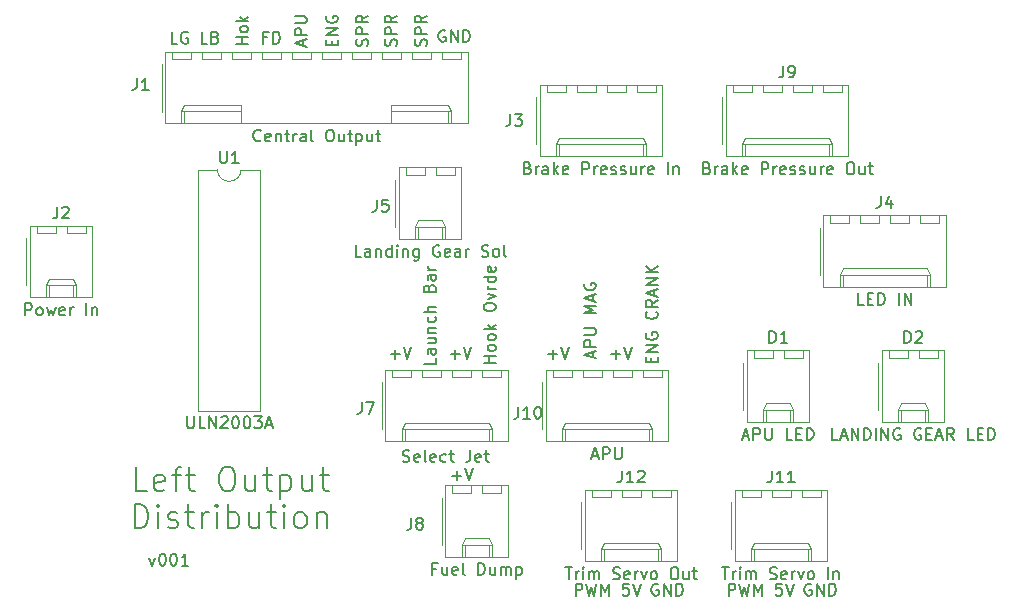
<source format=gbr>
G04 #@! TF.GenerationSoftware,KiCad,Pcbnew,(5.1.5-0-10_14)*
G04 #@! TF.CreationDate,2021-04-18T16:02:41+10:00*
G04 #@! TF.ProjectId,OH - Left Console - Output Distribution,4f48202d-204c-4656-9674-20436f6e736f,rev?*
G04 #@! TF.SameCoordinates,Original*
G04 #@! TF.FileFunction,Legend,Top*
G04 #@! TF.FilePolarity,Positive*
%FSLAX46Y46*%
G04 Gerber Fmt 4.6, Leading zero omitted, Abs format (unit mm)*
G04 Created by KiCad (PCBNEW (5.1.5-0-10_14)) date 2021-04-18 16:02:41*
%MOMM*%
%LPD*%
G04 APERTURE LIST*
%ADD10C,0.150000*%
%ADD11C,0.120000*%
G04 APERTURE END LIST*
D10*
X158519761Y-34051714D02*
X158567380Y-33908857D01*
X158567380Y-33670761D01*
X158519761Y-33575523D01*
X158472142Y-33527904D01*
X158376904Y-33480285D01*
X158281666Y-33480285D01*
X158186428Y-33527904D01*
X158138809Y-33575523D01*
X158091190Y-33670761D01*
X158043571Y-33861238D01*
X157995952Y-33956476D01*
X157948333Y-34004095D01*
X157853095Y-34051714D01*
X157757857Y-34051714D01*
X157662619Y-34004095D01*
X157615000Y-33956476D01*
X157567380Y-33861238D01*
X157567380Y-33623142D01*
X157615000Y-33480285D01*
X158567380Y-33051714D02*
X157567380Y-33051714D01*
X157567380Y-32670761D01*
X157615000Y-32575523D01*
X157662619Y-32527904D01*
X157757857Y-32480285D01*
X157900714Y-32480285D01*
X157995952Y-32527904D01*
X158043571Y-32575523D01*
X158091190Y-32670761D01*
X158091190Y-33051714D01*
X158567380Y-31480285D02*
X158091190Y-31813619D01*
X158567380Y-32051714D02*
X157567380Y-32051714D01*
X157567380Y-31670761D01*
X157615000Y-31575523D01*
X157662619Y-31527904D01*
X157757857Y-31480285D01*
X157900714Y-31480285D01*
X157995952Y-31527904D01*
X158043571Y-31575523D01*
X158091190Y-31670761D01*
X158091190Y-32051714D01*
X155979761Y-34051714D02*
X156027380Y-33908857D01*
X156027380Y-33670761D01*
X155979761Y-33575523D01*
X155932142Y-33527904D01*
X155836904Y-33480285D01*
X155741666Y-33480285D01*
X155646428Y-33527904D01*
X155598809Y-33575523D01*
X155551190Y-33670761D01*
X155503571Y-33861238D01*
X155455952Y-33956476D01*
X155408333Y-34004095D01*
X155313095Y-34051714D01*
X155217857Y-34051714D01*
X155122619Y-34004095D01*
X155075000Y-33956476D01*
X155027380Y-33861238D01*
X155027380Y-33623142D01*
X155075000Y-33480285D01*
X156027380Y-33051714D02*
X155027380Y-33051714D01*
X155027380Y-32670761D01*
X155075000Y-32575523D01*
X155122619Y-32527904D01*
X155217857Y-32480285D01*
X155360714Y-32480285D01*
X155455952Y-32527904D01*
X155503571Y-32575523D01*
X155551190Y-32670761D01*
X155551190Y-33051714D01*
X156027380Y-31480285D02*
X155551190Y-31813619D01*
X156027380Y-32051714D02*
X155027380Y-32051714D01*
X155027380Y-31670761D01*
X155075000Y-31575523D01*
X155122619Y-31527904D01*
X155217857Y-31480285D01*
X155360714Y-31480285D01*
X155455952Y-31527904D01*
X155503571Y-31575523D01*
X155551190Y-31670761D01*
X155551190Y-32051714D01*
X184142238Y-80589380D02*
X184142238Y-79589380D01*
X184523190Y-79589380D01*
X184618428Y-79637000D01*
X184666047Y-79684619D01*
X184713666Y-79779857D01*
X184713666Y-79922714D01*
X184666047Y-80017952D01*
X184618428Y-80065571D01*
X184523190Y-80113190D01*
X184142238Y-80113190D01*
X185047000Y-79589380D02*
X185285095Y-80589380D01*
X185475571Y-79875095D01*
X185666047Y-80589380D01*
X185904142Y-79589380D01*
X186285095Y-80589380D02*
X186285095Y-79589380D01*
X186618428Y-80303666D01*
X186951761Y-79589380D01*
X186951761Y-80589380D01*
X188658523Y-79589380D02*
X188182333Y-79589380D01*
X188134714Y-80065571D01*
X188182333Y-80017952D01*
X188277571Y-79970333D01*
X188515666Y-79970333D01*
X188610904Y-80017952D01*
X188658523Y-80065571D01*
X188706142Y-80160809D01*
X188706142Y-80398904D01*
X188658523Y-80494142D01*
X188610904Y-80541761D01*
X188515666Y-80589380D01*
X188277571Y-80589380D01*
X188182333Y-80541761D01*
X188134714Y-80494142D01*
X188991857Y-79589380D02*
X189325190Y-80589380D01*
X189658523Y-79589380D01*
X191135095Y-79637000D02*
X191039857Y-79589380D01*
X190897000Y-79589380D01*
X190754142Y-79637000D01*
X190658904Y-79732238D01*
X190611285Y-79827476D01*
X190563666Y-80017952D01*
X190563666Y-80160809D01*
X190611285Y-80351285D01*
X190658904Y-80446523D01*
X190754142Y-80541761D01*
X190897000Y-80589380D01*
X190992238Y-80589380D01*
X191135095Y-80541761D01*
X191182714Y-80494142D01*
X191182714Y-80160809D01*
X190992238Y-80160809D01*
X191611285Y-80589380D02*
X191611285Y-79589380D01*
X192182714Y-80589380D01*
X192182714Y-79589380D01*
X192658904Y-80589380D02*
X192658904Y-79589380D01*
X192897000Y-79589380D01*
X193039857Y-79637000D01*
X193135095Y-79732238D01*
X193182714Y-79827476D01*
X193230333Y-80017952D01*
X193230333Y-80160809D01*
X193182714Y-80351285D01*
X193135095Y-80446523D01*
X193039857Y-80541761D01*
X192897000Y-80589380D01*
X192658904Y-80589380D01*
X178181095Y-79637000D02*
X178085857Y-79589380D01*
X177943000Y-79589380D01*
X177800142Y-79637000D01*
X177704904Y-79732238D01*
X177657285Y-79827476D01*
X177609666Y-80017952D01*
X177609666Y-80160809D01*
X177657285Y-80351285D01*
X177704904Y-80446523D01*
X177800142Y-80541761D01*
X177943000Y-80589380D01*
X178038238Y-80589380D01*
X178181095Y-80541761D01*
X178228714Y-80494142D01*
X178228714Y-80160809D01*
X178038238Y-80160809D01*
X178657285Y-80589380D02*
X178657285Y-79589380D01*
X179228714Y-80589380D01*
X179228714Y-79589380D01*
X179704904Y-80589380D02*
X179704904Y-79589380D01*
X179943000Y-79589380D01*
X180085857Y-79637000D01*
X180181095Y-79732238D01*
X180228714Y-79827476D01*
X180276333Y-80017952D01*
X180276333Y-80160809D01*
X180228714Y-80351285D01*
X180181095Y-80446523D01*
X180085857Y-80541761D01*
X179943000Y-80589380D01*
X179704904Y-80589380D01*
X175704523Y-79589380D02*
X175228333Y-79589380D01*
X175180714Y-80065571D01*
X175228333Y-80017952D01*
X175323571Y-79970333D01*
X175561666Y-79970333D01*
X175656904Y-80017952D01*
X175704523Y-80065571D01*
X175752142Y-80160809D01*
X175752142Y-80398904D01*
X175704523Y-80494142D01*
X175656904Y-80541761D01*
X175561666Y-80589380D01*
X175323571Y-80589380D01*
X175228333Y-80541761D01*
X175180714Y-80494142D01*
X176037857Y-79589380D02*
X176371190Y-80589380D01*
X176704523Y-79589380D01*
X171188238Y-80589380D02*
X171188238Y-79589380D01*
X171569190Y-79589380D01*
X171664428Y-79637000D01*
X171712047Y-79684619D01*
X171759666Y-79779857D01*
X171759666Y-79922714D01*
X171712047Y-80017952D01*
X171664428Y-80065571D01*
X171569190Y-80113190D01*
X171188238Y-80113190D01*
X172093000Y-79589380D02*
X172331095Y-80589380D01*
X172521571Y-79875095D01*
X172712047Y-80589380D01*
X172950142Y-79589380D01*
X173331095Y-80589380D02*
X173331095Y-79589380D01*
X173664428Y-80303666D01*
X173997761Y-79589380D01*
X173997761Y-80589380D01*
X164409380Y-60878404D02*
X163409380Y-60878404D01*
X163885571Y-60878404D02*
X163885571Y-60306976D01*
X164409380Y-60306976D02*
X163409380Y-60306976D01*
X164409380Y-59687928D02*
X164361761Y-59783166D01*
X164314142Y-59830785D01*
X164218904Y-59878404D01*
X163933190Y-59878404D01*
X163837952Y-59830785D01*
X163790333Y-59783166D01*
X163742714Y-59687928D01*
X163742714Y-59545071D01*
X163790333Y-59449833D01*
X163837952Y-59402214D01*
X163933190Y-59354595D01*
X164218904Y-59354595D01*
X164314142Y-59402214D01*
X164361761Y-59449833D01*
X164409380Y-59545071D01*
X164409380Y-59687928D01*
X164409380Y-58783166D02*
X164361761Y-58878404D01*
X164314142Y-58926023D01*
X164218904Y-58973642D01*
X163933190Y-58973642D01*
X163837952Y-58926023D01*
X163790333Y-58878404D01*
X163742714Y-58783166D01*
X163742714Y-58640309D01*
X163790333Y-58545071D01*
X163837952Y-58497452D01*
X163933190Y-58449833D01*
X164218904Y-58449833D01*
X164314142Y-58497452D01*
X164361761Y-58545071D01*
X164409380Y-58640309D01*
X164409380Y-58783166D01*
X164409380Y-58021261D02*
X163409380Y-58021261D01*
X164028428Y-57926023D02*
X164409380Y-57640309D01*
X163742714Y-57640309D02*
X164123666Y-58021261D01*
X163409380Y-56259357D02*
X163409380Y-56068880D01*
X163457000Y-55973642D01*
X163552238Y-55878404D01*
X163742714Y-55830785D01*
X164076047Y-55830785D01*
X164266523Y-55878404D01*
X164361761Y-55973642D01*
X164409380Y-56068880D01*
X164409380Y-56259357D01*
X164361761Y-56354595D01*
X164266523Y-56449833D01*
X164076047Y-56497452D01*
X163742714Y-56497452D01*
X163552238Y-56449833D01*
X163457000Y-56354595D01*
X163409380Y-56259357D01*
X163742714Y-55497452D02*
X164409380Y-55259357D01*
X163742714Y-55021261D01*
X164409380Y-54640309D02*
X163742714Y-54640309D01*
X163933190Y-54640309D02*
X163837952Y-54592690D01*
X163790333Y-54545071D01*
X163742714Y-54449833D01*
X163742714Y-54354595D01*
X164409380Y-53592690D02*
X163409380Y-53592690D01*
X164361761Y-53592690D02*
X164409380Y-53687928D01*
X164409380Y-53878404D01*
X164361761Y-53973642D01*
X164314142Y-54021261D01*
X164218904Y-54068880D01*
X163933190Y-54068880D01*
X163837952Y-54021261D01*
X163790333Y-53973642D01*
X163742714Y-53878404D01*
X163742714Y-53687928D01*
X163790333Y-53592690D01*
X164361761Y-52735547D02*
X164409380Y-52830785D01*
X164409380Y-53021261D01*
X164361761Y-53116500D01*
X164266523Y-53164119D01*
X163885571Y-53164119D01*
X163790333Y-53116500D01*
X163742714Y-53021261D01*
X163742714Y-52830785D01*
X163790333Y-52735547D01*
X163885571Y-52687928D01*
X163980809Y-52687928D01*
X164076047Y-53164119D01*
X159329380Y-60467428D02*
X159329380Y-60943619D01*
X158329380Y-60943619D01*
X159329380Y-59705523D02*
X158805571Y-59705523D01*
X158710333Y-59753142D01*
X158662714Y-59848380D01*
X158662714Y-60038857D01*
X158710333Y-60134095D01*
X159281761Y-59705523D02*
X159329380Y-59800761D01*
X159329380Y-60038857D01*
X159281761Y-60134095D01*
X159186523Y-60181714D01*
X159091285Y-60181714D01*
X158996047Y-60134095D01*
X158948428Y-60038857D01*
X158948428Y-59800761D01*
X158900809Y-59705523D01*
X158662714Y-58800761D02*
X159329380Y-58800761D01*
X158662714Y-59229333D02*
X159186523Y-59229333D01*
X159281761Y-59181714D01*
X159329380Y-59086476D01*
X159329380Y-58943619D01*
X159281761Y-58848380D01*
X159234142Y-58800761D01*
X158662714Y-58324571D02*
X159329380Y-58324571D01*
X158757952Y-58324571D02*
X158710333Y-58276952D01*
X158662714Y-58181714D01*
X158662714Y-58038857D01*
X158710333Y-57943619D01*
X158805571Y-57896000D01*
X159329380Y-57896000D01*
X159281761Y-56991238D02*
X159329380Y-57086476D01*
X159329380Y-57276952D01*
X159281761Y-57372190D01*
X159234142Y-57419809D01*
X159138904Y-57467428D01*
X158853190Y-57467428D01*
X158757952Y-57419809D01*
X158710333Y-57372190D01*
X158662714Y-57276952D01*
X158662714Y-57086476D01*
X158710333Y-56991238D01*
X159329380Y-56562666D02*
X158329380Y-56562666D01*
X159329380Y-56134095D02*
X158805571Y-56134095D01*
X158710333Y-56181714D01*
X158662714Y-56276952D01*
X158662714Y-56419809D01*
X158710333Y-56515047D01*
X158757952Y-56562666D01*
X158805571Y-54562666D02*
X158853190Y-54419809D01*
X158900809Y-54372190D01*
X158996047Y-54324571D01*
X159138904Y-54324571D01*
X159234142Y-54372190D01*
X159281761Y-54419809D01*
X159329380Y-54515047D01*
X159329380Y-54896000D01*
X158329380Y-54896000D01*
X158329380Y-54562666D01*
X158377000Y-54467428D01*
X158424619Y-54419809D01*
X158519857Y-54372190D01*
X158615095Y-54372190D01*
X158710333Y-54419809D01*
X158757952Y-54467428D01*
X158805571Y-54562666D01*
X158805571Y-54896000D01*
X159329380Y-53467428D02*
X158805571Y-53467428D01*
X158710333Y-53515047D01*
X158662714Y-53610285D01*
X158662714Y-53800761D01*
X158710333Y-53896000D01*
X159281761Y-53467428D02*
X159329380Y-53562666D01*
X159329380Y-53800761D01*
X159281761Y-53896000D01*
X159186523Y-53943619D01*
X159091285Y-53943619D01*
X158996047Y-53896000D01*
X158948428Y-53800761D01*
X158948428Y-53562666D01*
X158900809Y-53467428D01*
X159329380Y-52991238D02*
X158662714Y-52991238D01*
X158853190Y-52991238D02*
X158757952Y-52943619D01*
X158710333Y-52896000D01*
X158662714Y-52800761D01*
X158662714Y-52705523D01*
X177601571Y-60840428D02*
X177601571Y-60507095D01*
X178125380Y-60364238D02*
X178125380Y-60840428D01*
X177125380Y-60840428D01*
X177125380Y-60364238D01*
X178125380Y-59935666D02*
X177125380Y-59935666D01*
X178125380Y-59364238D01*
X177125380Y-59364238D01*
X177173000Y-58364238D02*
X177125380Y-58459476D01*
X177125380Y-58602333D01*
X177173000Y-58745190D01*
X177268238Y-58840428D01*
X177363476Y-58888047D01*
X177553952Y-58935666D01*
X177696809Y-58935666D01*
X177887285Y-58888047D01*
X177982523Y-58840428D01*
X178077761Y-58745190D01*
X178125380Y-58602333D01*
X178125380Y-58507095D01*
X178077761Y-58364238D01*
X178030142Y-58316619D01*
X177696809Y-58316619D01*
X177696809Y-58507095D01*
X178030142Y-56554714D02*
X178077761Y-56602333D01*
X178125380Y-56745190D01*
X178125380Y-56840428D01*
X178077761Y-56983285D01*
X177982523Y-57078523D01*
X177887285Y-57126142D01*
X177696809Y-57173761D01*
X177553952Y-57173761D01*
X177363476Y-57126142D01*
X177268238Y-57078523D01*
X177173000Y-56983285D01*
X177125380Y-56840428D01*
X177125380Y-56745190D01*
X177173000Y-56602333D01*
X177220619Y-56554714D01*
X178125380Y-55554714D02*
X177649190Y-55888047D01*
X178125380Y-56126142D02*
X177125380Y-56126142D01*
X177125380Y-55745190D01*
X177173000Y-55649952D01*
X177220619Y-55602333D01*
X177315857Y-55554714D01*
X177458714Y-55554714D01*
X177553952Y-55602333D01*
X177601571Y-55649952D01*
X177649190Y-55745190D01*
X177649190Y-56126142D01*
X177839666Y-55173761D02*
X177839666Y-54697571D01*
X178125380Y-55269000D02*
X177125380Y-54935666D01*
X178125380Y-54602333D01*
X178125380Y-54269000D02*
X177125380Y-54269000D01*
X178125380Y-53697571D01*
X177125380Y-53697571D01*
X178125380Y-53221380D02*
X177125380Y-53221380D01*
X178125380Y-52649952D02*
X177553952Y-53078523D01*
X177125380Y-52649952D02*
X177696809Y-53221380D01*
X172632666Y-60419857D02*
X172632666Y-59943666D01*
X172918380Y-60515095D02*
X171918380Y-60181761D01*
X172918380Y-59848428D01*
X172918380Y-59515095D02*
X171918380Y-59515095D01*
X171918380Y-59134142D01*
X171966000Y-59038904D01*
X172013619Y-58991285D01*
X172108857Y-58943666D01*
X172251714Y-58943666D01*
X172346952Y-58991285D01*
X172394571Y-59038904D01*
X172442190Y-59134142D01*
X172442190Y-59515095D01*
X171918380Y-58515095D02*
X172727904Y-58515095D01*
X172823142Y-58467476D01*
X172870761Y-58419857D01*
X172918380Y-58324619D01*
X172918380Y-58134142D01*
X172870761Y-58038904D01*
X172823142Y-57991285D01*
X172727904Y-57943666D01*
X171918380Y-57943666D01*
X172918380Y-56705571D02*
X171918380Y-56705571D01*
X172632666Y-56372238D01*
X171918380Y-56038904D01*
X172918380Y-56038904D01*
X172632666Y-55610333D02*
X172632666Y-55134142D01*
X172918380Y-55705571D02*
X171918380Y-55372238D01*
X172918380Y-55038904D01*
X171966000Y-54181761D02*
X171918380Y-54277000D01*
X171918380Y-54419857D01*
X171966000Y-54562714D01*
X172061238Y-54657952D01*
X172156476Y-54705571D01*
X172346952Y-54753190D01*
X172489809Y-54753190D01*
X172680285Y-54705571D01*
X172775523Y-54657952D01*
X172870761Y-54562714D01*
X172918380Y-54419857D01*
X172918380Y-54324619D01*
X172870761Y-54181761D01*
X172823142Y-54134142D01*
X172489809Y-54134142D01*
X172489809Y-54324619D01*
X160734476Y-70429428D02*
X161496380Y-70429428D01*
X161115428Y-70810380D02*
X161115428Y-70048476D01*
X161829714Y-69810380D02*
X162163047Y-70810380D01*
X162496380Y-69810380D01*
X160607476Y-60142428D02*
X161369380Y-60142428D01*
X160988428Y-60523380D02*
X160988428Y-59761476D01*
X161702714Y-59523380D02*
X162036047Y-60523380D01*
X162369380Y-59523380D01*
X174196476Y-60142428D02*
X174958380Y-60142428D01*
X174577428Y-60523380D02*
X174577428Y-59761476D01*
X175291714Y-59523380D02*
X175625047Y-60523380D01*
X175958380Y-59523380D01*
X155527476Y-60142428D02*
X156289380Y-60142428D01*
X155908428Y-60523380D02*
X155908428Y-59761476D01*
X156622714Y-59523380D02*
X156956047Y-60523380D01*
X157289380Y-59523380D01*
X168862476Y-60142428D02*
X169624380Y-60142428D01*
X169243428Y-60523380D02*
X169243428Y-59761476D01*
X169957714Y-59523380D02*
X170291047Y-60523380D01*
X170624380Y-59523380D01*
X153566761Y-34051714D02*
X153614380Y-33908857D01*
X153614380Y-33670761D01*
X153566761Y-33575523D01*
X153519142Y-33527904D01*
X153423904Y-33480285D01*
X153328666Y-33480285D01*
X153233428Y-33527904D01*
X153185809Y-33575523D01*
X153138190Y-33670761D01*
X153090571Y-33861238D01*
X153042952Y-33956476D01*
X152995333Y-34004095D01*
X152900095Y-34051714D01*
X152804857Y-34051714D01*
X152709619Y-34004095D01*
X152662000Y-33956476D01*
X152614380Y-33861238D01*
X152614380Y-33623142D01*
X152662000Y-33480285D01*
X153614380Y-33051714D02*
X152614380Y-33051714D01*
X152614380Y-32670761D01*
X152662000Y-32575523D01*
X152709619Y-32527904D01*
X152804857Y-32480285D01*
X152947714Y-32480285D01*
X153042952Y-32527904D01*
X153090571Y-32575523D01*
X153138190Y-32670761D01*
X153138190Y-33051714D01*
X153614380Y-31480285D02*
X153138190Y-31813619D01*
X153614380Y-32051714D02*
X152614380Y-32051714D01*
X152614380Y-31670761D01*
X152662000Y-31575523D01*
X152709619Y-31527904D01*
X152804857Y-31480285D01*
X152947714Y-31480285D01*
X153042952Y-31527904D01*
X153090571Y-31575523D01*
X153138190Y-31670761D01*
X153138190Y-32051714D01*
X150550571Y-34004095D02*
X150550571Y-33670761D01*
X151074380Y-33527904D02*
X151074380Y-34004095D01*
X150074380Y-34004095D01*
X150074380Y-33527904D01*
X151074380Y-33099333D02*
X150074380Y-33099333D01*
X151074380Y-32527904D01*
X150074380Y-32527904D01*
X150122000Y-31527904D02*
X150074380Y-31623142D01*
X150074380Y-31766000D01*
X150122000Y-31908857D01*
X150217238Y-32004095D01*
X150312476Y-32051714D01*
X150502952Y-32099333D01*
X150645809Y-32099333D01*
X150836285Y-32051714D01*
X150931523Y-32004095D01*
X151026761Y-31908857D01*
X151074380Y-31766000D01*
X151074380Y-31670761D01*
X151026761Y-31527904D01*
X150979142Y-31480285D01*
X150645809Y-31480285D01*
X150645809Y-31670761D01*
X148121666Y-34027904D02*
X148121666Y-33551714D01*
X148407380Y-34123142D02*
X147407380Y-33789809D01*
X148407380Y-33456476D01*
X148407380Y-33123142D02*
X147407380Y-33123142D01*
X147407380Y-32742190D01*
X147455000Y-32646952D01*
X147502619Y-32599333D01*
X147597857Y-32551714D01*
X147740714Y-32551714D01*
X147835952Y-32599333D01*
X147883571Y-32646952D01*
X147931190Y-32742190D01*
X147931190Y-33123142D01*
X147407380Y-32123142D02*
X148216904Y-32123142D01*
X148312142Y-32075523D01*
X148359761Y-32027904D01*
X148407380Y-31932666D01*
X148407380Y-31742190D01*
X148359761Y-31646952D01*
X148312142Y-31599333D01*
X148216904Y-31551714D01*
X147407380Y-31551714D01*
X145057857Y-33329571D02*
X144724523Y-33329571D01*
X144724523Y-33853380D02*
X144724523Y-32853380D01*
X145200714Y-32853380D01*
X145581666Y-33853380D02*
X145581666Y-32853380D01*
X145819761Y-32853380D01*
X145962619Y-32901000D01*
X146057857Y-32996238D01*
X146105476Y-33091476D01*
X146153095Y-33281952D01*
X146153095Y-33424809D01*
X146105476Y-33615285D01*
X146057857Y-33710523D01*
X145962619Y-33805761D01*
X145819761Y-33853380D01*
X145581666Y-33853380D01*
X143454380Y-33908857D02*
X142454380Y-33908857D01*
X142930571Y-33908857D02*
X142930571Y-33337428D01*
X143454380Y-33337428D02*
X142454380Y-33337428D01*
X143454380Y-32718380D02*
X143406761Y-32813619D01*
X143359142Y-32861238D01*
X143263904Y-32908857D01*
X142978190Y-32908857D01*
X142882952Y-32861238D01*
X142835333Y-32813619D01*
X142787714Y-32718380D01*
X142787714Y-32575523D01*
X142835333Y-32480285D01*
X142882952Y-32432666D01*
X142978190Y-32385047D01*
X143263904Y-32385047D01*
X143359142Y-32432666D01*
X143406761Y-32480285D01*
X143454380Y-32575523D01*
X143454380Y-32718380D01*
X143454380Y-31956476D02*
X142454380Y-31956476D01*
X143073428Y-31861238D02*
X143454380Y-31575523D01*
X142787714Y-31575523D02*
X143168666Y-31956476D01*
X140017523Y-33853380D02*
X139541333Y-33853380D01*
X139541333Y-32853380D01*
X140684190Y-33329571D02*
X140827047Y-33377190D01*
X140874666Y-33424809D01*
X140922285Y-33520047D01*
X140922285Y-33662904D01*
X140874666Y-33758142D01*
X140827047Y-33805761D01*
X140731809Y-33853380D01*
X140350857Y-33853380D01*
X140350857Y-32853380D01*
X140684190Y-32853380D01*
X140779428Y-32901000D01*
X140827047Y-32948619D01*
X140874666Y-33043857D01*
X140874666Y-33139095D01*
X140827047Y-33234333D01*
X140779428Y-33281952D01*
X140684190Y-33329571D01*
X140350857Y-33329571D01*
X137477523Y-33853380D02*
X137001333Y-33853380D01*
X137001333Y-32853380D01*
X138334666Y-32901000D02*
X138239428Y-32853380D01*
X138096571Y-32853380D01*
X137953714Y-32901000D01*
X137858476Y-32996238D01*
X137810857Y-33091476D01*
X137763238Y-33281952D01*
X137763238Y-33424809D01*
X137810857Y-33615285D01*
X137858476Y-33710523D01*
X137953714Y-33805761D01*
X138096571Y-33853380D01*
X138191809Y-33853380D01*
X138334666Y-33805761D01*
X138382285Y-33758142D01*
X138382285Y-33424809D01*
X138191809Y-33424809D01*
X160147095Y-32774000D02*
X160051857Y-32726380D01*
X159909000Y-32726380D01*
X159766142Y-32774000D01*
X159670904Y-32869238D01*
X159623285Y-32964476D01*
X159575666Y-33154952D01*
X159575666Y-33297809D01*
X159623285Y-33488285D01*
X159670904Y-33583523D01*
X159766142Y-33678761D01*
X159909000Y-33726380D01*
X160004238Y-33726380D01*
X160147095Y-33678761D01*
X160194714Y-33631142D01*
X160194714Y-33297809D01*
X160004238Y-33297809D01*
X160623285Y-33726380D02*
X160623285Y-32726380D01*
X161194714Y-33726380D01*
X161194714Y-32726380D01*
X161670904Y-33726380D02*
X161670904Y-32726380D01*
X161909000Y-32726380D01*
X162051857Y-32774000D01*
X162147095Y-32869238D01*
X162194714Y-32964476D01*
X162242333Y-33154952D01*
X162242333Y-33297809D01*
X162194714Y-33488285D01*
X162147095Y-33583523D01*
X162051857Y-33678761D01*
X161909000Y-33726380D01*
X161670904Y-33726380D01*
X135112333Y-77382714D02*
X135350428Y-78049380D01*
X135588523Y-77382714D01*
X136159952Y-77049380D02*
X136255190Y-77049380D01*
X136350428Y-77097000D01*
X136398047Y-77144619D01*
X136445666Y-77239857D01*
X136493285Y-77430333D01*
X136493285Y-77668428D01*
X136445666Y-77858904D01*
X136398047Y-77954142D01*
X136350428Y-78001761D01*
X136255190Y-78049380D01*
X136159952Y-78049380D01*
X136064714Y-78001761D01*
X136017095Y-77954142D01*
X135969476Y-77858904D01*
X135921857Y-77668428D01*
X135921857Y-77430333D01*
X135969476Y-77239857D01*
X136017095Y-77144619D01*
X136064714Y-77097000D01*
X136159952Y-77049380D01*
X137112333Y-77049380D02*
X137207571Y-77049380D01*
X137302809Y-77097000D01*
X137350428Y-77144619D01*
X137398047Y-77239857D01*
X137445666Y-77430333D01*
X137445666Y-77668428D01*
X137398047Y-77858904D01*
X137350428Y-77954142D01*
X137302809Y-78001761D01*
X137207571Y-78049380D01*
X137112333Y-78049380D01*
X137017095Y-78001761D01*
X136969476Y-77954142D01*
X136921857Y-77858904D01*
X136874238Y-77668428D01*
X136874238Y-77430333D01*
X136921857Y-77239857D01*
X136969476Y-77144619D01*
X137017095Y-77097000D01*
X137112333Y-77049380D01*
X138398047Y-78049380D02*
X137826619Y-78049380D01*
X138112333Y-78049380D02*
X138112333Y-77049380D01*
X138017095Y-77192238D01*
X137921857Y-77287476D01*
X137826619Y-77335095D01*
X134938380Y-71719761D02*
X133986000Y-71719761D01*
X133986000Y-69719761D01*
X136366952Y-71624523D02*
X136176476Y-71719761D01*
X135795523Y-71719761D01*
X135605047Y-71624523D01*
X135509809Y-71434047D01*
X135509809Y-70672142D01*
X135605047Y-70481666D01*
X135795523Y-70386428D01*
X136176476Y-70386428D01*
X136366952Y-70481666D01*
X136462190Y-70672142D01*
X136462190Y-70862619D01*
X135509809Y-71053095D01*
X137033619Y-70386428D02*
X137795523Y-70386428D01*
X137319333Y-71719761D02*
X137319333Y-70005476D01*
X137414571Y-69815000D01*
X137605047Y-69719761D01*
X137795523Y-69719761D01*
X138176476Y-70386428D02*
X138938380Y-70386428D01*
X138462190Y-69719761D02*
X138462190Y-71434047D01*
X138557428Y-71624523D01*
X138747904Y-71719761D01*
X138938380Y-71719761D01*
X141509809Y-69719761D02*
X141890761Y-69719761D01*
X142081238Y-69815000D01*
X142271714Y-70005476D01*
X142366952Y-70386428D01*
X142366952Y-71053095D01*
X142271714Y-71434047D01*
X142081238Y-71624523D01*
X141890761Y-71719761D01*
X141509809Y-71719761D01*
X141319333Y-71624523D01*
X141128857Y-71434047D01*
X141033619Y-71053095D01*
X141033619Y-70386428D01*
X141128857Y-70005476D01*
X141319333Y-69815000D01*
X141509809Y-69719761D01*
X144081238Y-70386428D02*
X144081238Y-71719761D01*
X143224095Y-70386428D02*
X143224095Y-71434047D01*
X143319333Y-71624523D01*
X143509809Y-71719761D01*
X143795523Y-71719761D01*
X143986000Y-71624523D01*
X144081238Y-71529285D01*
X144747904Y-70386428D02*
X145509809Y-70386428D01*
X145033619Y-69719761D02*
X145033619Y-71434047D01*
X145128857Y-71624523D01*
X145319333Y-71719761D01*
X145509809Y-71719761D01*
X146176476Y-70386428D02*
X146176476Y-72386428D01*
X146176476Y-70481666D02*
X146366952Y-70386428D01*
X146747904Y-70386428D01*
X146938380Y-70481666D01*
X147033619Y-70576904D01*
X147128857Y-70767380D01*
X147128857Y-71338809D01*
X147033619Y-71529285D01*
X146938380Y-71624523D01*
X146747904Y-71719761D01*
X146366952Y-71719761D01*
X146176476Y-71624523D01*
X148843142Y-70386428D02*
X148843142Y-71719761D01*
X147986000Y-70386428D02*
X147986000Y-71434047D01*
X148081238Y-71624523D01*
X148271714Y-71719761D01*
X148557428Y-71719761D01*
X148747904Y-71624523D01*
X148843142Y-71529285D01*
X149509809Y-70386428D02*
X150271714Y-70386428D01*
X149795523Y-69719761D02*
X149795523Y-71434047D01*
X149890761Y-71624523D01*
X150081238Y-71719761D01*
X150271714Y-71719761D01*
X133843142Y-74869761D02*
X133843142Y-72869761D01*
X134319333Y-72869761D01*
X134605047Y-72965000D01*
X134795523Y-73155476D01*
X134890761Y-73345952D01*
X134986000Y-73726904D01*
X134986000Y-74012619D01*
X134890761Y-74393571D01*
X134795523Y-74584047D01*
X134605047Y-74774523D01*
X134319333Y-74869761D01*
X133843142Y-74869761D01*
X135843142Y-74869761D02*
X135843142Y-73536428D01*
X135843142Y-72869761D02*
X135747904Y-72965000D01*
X135843142Y-73060238D01*
X135938380Y-72965000D01*
X135843142Y-72869761D01*
X135843142Y-73060238D01*
X136700285Y-74774523D02*
X136890761Y-74869761D01*
X137271714Y-74869761D01*
X137462190Y-74774523D01*
X137557428Y-74584047D01*
X137557428Y-74488809D01*
X137462190Y-74298333D01*
X137271714Y-74203095D01*
X136986000Y-74203095D01*
X136795523Y-74107857D01*
X136700285Y-73917380D01*
X136700285Y-73822142D01*
X136795523Y-73631666D01*
X136986000Y-73536428D01*
X137271714Y-73536428D01*
X137462190Y-73631666D01*
X138128857Y-73536428D02*
X138890761Y-73536428D01*
X138414571Y-72869761D02*
X138414571Y-74584047D01*
X138509809Y-74774523D01*
X138700285Y-74869761D01*
X138890761Y-74869761D01*
X139557428Y-74869761D02*
X139557428Y-73536428D01*
X139557428Y-73917380D02*
X139652666Y-73726904D01*
X139747904Y-73631666D01*
X139938380Y-73536428D01*
X140128857Y-73536428D01*
X140795523Y-74869761D02*
X140795523Y-73536428D01*
X140795523Y-72869761D02*
X140700285Y-72965000D01*
X140795523Y-73060238D01*
X140890761Y-72965000D01*
X140795523Y-72869761D01*
X140795523Y-73060238D01*
X141747904Y-74869761D02*
X141747904Y-72869761D01*
X141747904Y-73631666D02*
X141938380Y-73536428D01*
X142319333Y-73536428D01*
X142509809Y-73631666D01*
X142605047Y-73726904D01*
X142700285Y-73917380D01*
X142700285Y-74488809D01*
X142605047Y-74679285D01*
X142509809Y-74774523D01*
X142319333Y-74869761D01*
X141938380Y-74869761D01*
X141747904Y-74774523D01*
X144414571Y-73536428D02*
X144414571Y-74869761D01*
X143557428Y-73536428D02*
X143557428Y-74584047D01*
X143652666Y-74774523D01*
X143843142Y-74869761D01*
X144128857Y-74869761D01*
X144319333Y-74774523D01*
X144414571Y-74679285D01*
X145081238Y-73536428D02*
X145843142Y-73536428D01*
X145366952Y-72869761D02*
X145366952Y-74584047D01*
X145462190Y-74774523D01*
X145652666Y-74869761D01*
X145843142Y-74869761D01*
X146509809Y-74869761D02*
X146509809Y-73536428D01*
X146509809Y-72869761D02*
X146414571Y-72965000D01*
X146509809Y-73060238D01*
X146605047Y-72965000D01*
X146509809Y-72869761D01*
X146509809Y-73060238D01*
X147747904Y-74869761D02*
X147557428Y-74774523D01*
X147462190Y-74679285D01*
X147366952Y-74488809D01*
X147366952Y-73917380D01*
X147462190Y-73726904D01*
X147557428Y-73631666D01*
X147747904Y-73536428D01*
X148033619Y-73536428D01*
X148224095Y-73631666D01*
X148319333Y-73726904D01*
X148414571Y-73917380D01*
X148414571Y-74488809D01*
X148319333Y-74679285D01*
X148224095Y-74774523D01*
X148033619Y-74869761D01*
X147747904Y-74869761D01*
X149271714Y-73536428D02*
X149271714Y-74869761D01*
X149271714Y-73726904D02*
X149366952Y-73631666D01*
X149557428Y-73536428D01*
X149843142Y-73536428D01*
X150033619Y-73631666D01*
X150128857Y-73822142D01*
X150128857Y-74869761D01*
D11*
X201968000Y-49005000D02*
X201968000Y-48405000D01*
X200368000Y-49005000D02*
X201968000Y-49005000D01*
X200368000Y-48405000D02*
X200368000Y-49005000D01*
X199428000Y-49005000D02*
X199428000Y-48405000D01*
X197828000Y-49005000D02*
X199428000Y-49005000D01*
X197828000Y-48405000D02*
X197828000Y-49005000D01*
X196888000Y-49005000D02*
X196888000Y-48405000D01*
X195288000Y-49005000D02*
X196888000Y-49005000D01*
X195288000Y-48405000D02*
X195288000Y-49005000D01*
X194348000Y-49005000D02*
X194348000Y-48405000D01*
X192748000Y-49005000D02*
X194348000Y-49005000D01*
X192748000Y-48405000D02*
X192748000Y-49005000D01*
X200918000Y-54425000D02*
X200918000Y-53425000D01*
X193798000Y-54425000D02*
X193798000Y-53425000D01*
X200918000Y-52895000D02*
X201168000Y-53425000D01*
X193798000Y-52895000D02*
X200918000Y-52895000D01*
X193548000Y-53425000D02*
X193798000Y-52895000D01*
X201168000Y-53425000D02*
X201168000Y-54425000D01*
X193548000Y-53425000D02*
X201168000Y-53425000D01*
X193548000Y-54425000D02*
X193548000Y-53425000D01*
X191878000Y-49435000D02*
X191878000Y-53435000D01*
X202548000Y-48405000D02*
X192168000Y-48405000D01*
X202548000Y-54425000D02*
X202548000Y-48405000D01*
X192168000Y-54425000D02*
X202548000Y-54425000D01*
X192168000Y-48405000D02*
X192168000Y-54425000D01*
X201841000Y-60435000D02*
X201841000Y-59835000D01*
X200241000Y-60435000D02*
X201841000Y-60435000D01*
X200241000Y-59835000D02*
X200241000Y-60435000D01*
X199301000Y-60435000D02*
X199301000Y-59835000D01*
X197701000Y-60435000D02*
X199301000Y-60435000D01*
X197701000Y-59835000D02*
X197701000Y-60435000D01*
X200791000Y-65855000D02*
X200791000Y-64855000D01*
X198751000Y-65855000D02*
X198751000Y-64855000D01*
X200791000Y-64325000D02*
X201041000Y-64855000D01*
X198751000Y-64325000D02*
X200791000Y-64325000D01*
X198501000Y-64855000D02*
X198751000Y-64325000D01*
X201041000Y-64855000D02*
X201041000Y-65855000D01*
X198501000Y-64855000D02*
X201041000Y-64855000D01*
X198501000Y-65855000D02*
X198501000Y-64855000D01*
X196831000Y-60865000D02*
X196831000Y-64865000D01*
X202421000Y-59835000D02*
X197121000Y-59835000D01*
X202421000Y-65855000D02*
X202421000Y-59835000D01*
X197121000Y-65855000D02*
X202421000Y-65855000D01*
X197121000Y-59835000D02*
X197121000Y-65855000D01*
X190411000Y-60435000D02*
X190411000Y-59835000D01*
X188811000Y-60435000D02*
X190411000Y-60435000D01*
X188811000Y-59835000D02*
X188811000Y-60435000D01*
X187871000Y-60435000D02*
X187871000Y-59835000D01*
X186271000Y-60435000D02*
X187871000Y-60435000D01*
X186271000Y-59835000D02*
X186271000Y-60435000D01*
X189361000Y-65855000D02*
X189361000Y-64855000D01*
X187321000Y-65855000D02*
X187321000Y-64855000D01*
X189361000Y-64325000D02*
X189611000Y-64855000D01*
X187321000Y-64325000D02*
X189361000Y-64325000D01*
X187071000Y-64855000D02*
X187321000Y-64325000D01*
X189611000Y-64855000D02*
X189611000Y-65855000D01*
X187071000Y-64855000D02*
X189611000Y-64855000D01*
X187071000Y-65855000D02*
X187071000Y-64855000D01*
X185401000Y-60865000D02*
X185401000Y-64865000D01*
X190991000Y-59835000D02*
X185691000Y-59835000D01*
X190991000Y-65855000D02*
X190991000Y-59835000D01*
X185691000Y-65855000D02*
X190991000Y-65855000D01*
X185691000Y-59835000D02*
X185691000Y-65855000D01*
X144509000Y-44517000D02*
X142859000Y-44517000D01*
X144509000Y-64957000D02*
X144509000Y-44517000D01*
X139209000Y-64957000D02*
X144509000Y-64957000D01*
X139209000Y-44517000D02*
X139209000Y-64957000D01*
X140859000Y-44517000D02*
X139209000Y-44517000D01*
X142859000Y-44517000D02*
G75*
G02X140859000Y-44517000I-1000000J0D01*
G01*
X179235000Y-72246000D02*
X179235000Y-71646000D01*
X177635000Y-72246000D02*
X179235000Y-72246000D01*
X177635000Y-71646000D02*
X177635000Y-72246000D01*
X176695000Y-72246000D02*
X176695000Y-71646000D01*
X175095000Y-72246000D02*
X176695000Y-72246000D01*
X175095000Y-71646000D02*
X175095000Y-72246000D01*
X174155000Y-72246000D02*
X174155000Y-71646000D01*
X172555000Y-72246000D02*
X174155000Y-72246000D01*
X172555000Y-71646000D02*
X172555000Y-72246000D01*
X178185000Y-77666000D02*
X178185000Y-76666000D01*
X173605000Y-77666000D02*
X173605000Y-76666000D01*
X178185000Y-76136000D02*
X178435000Y-76666000D01*
X173605000Y-76136000D02*
X178185000Y-76136000D01*
X173355000Y-76666000D02*
X173605000Y-76136000D01*
X178435000Y-76666000D02*
X178435000Y-77666000D01*
X173355000Y-76666000D02*
X178435000Y-76666000D01*
X173355000Y-77666000D02*
X173355000Y-76666000D01*
X171685000Y-72676000D02*
X171685000Y-76676000D01*
X179815000Y-71646000D02*
X171975000Y-71646000D01*
X179815000Y-77666000D02*
X179815000Y-71646000D01*
X171975000Y-77666000D02*
X179815000Y-77666000D01*
X171975000Y-71646000D02*
X171975000Y-77666000D01*
X191935000Y-72246000D02*
X191935000Y-71646000D01*
X190335000Y-72246000D02*
X191935000Y-72246000D01*
X190335000Y-71646000D02*
X190335000Y-72246000D01*
X189395000Y-72246000D02*
X189395000Y-71646000D01*
X187795000Y-72246000D02*
X189395000Y-72246000D01*
X187795000Y-71646000D02*
X187795000Y-72246000D01*
X186855000Y-72246000D02*
X186855000Y-71646000D01*
X185255000Y-72246000D02*
X186855000Y-72246000D01*
X185255000Y-71646000D02*
X185255000Y-72246000D01*
X190885000Y-77666000D02*
X190885000Y-76666000D01*
X186305000Y-77666000D02*
X186305000Y-76666000D01*
X190885000Y-76136000D02*
X191135000Y-76666000D01*
X186305000Y-76136000D02*
X190885000Y-76136000D01*
X186055000Y-76666000D02*
X186305000Y-76136000D01*
X191135000Y-76666000D02*
X191135000Y-77666000D01*
X186055000Y-76666000D02*
X191135000Y-76666000D01*
X186055000Y-77666000D02*
X186055000Y-76666000D01*
X184385000Y-72676000D02*
X184385000Y-76676000D01*
X192515000Y-71646000D02*
X184675000Y-71646000D01*
X192515000Y-77666000D02*
X192515000Y-71646000D01*
X184675000Y-77666000D02*
X192515000Y-77666000D01*
X184675000Y-71646000D02*
X184675000Y-77666000D01*
X178473000Y-62086000D02*
X178473000Y-61486000D01*
X176873000Y-62086000D02*
X178473000Y-62086000D01*
X176873000Y-61486000D02*
X176873000Y-62086000D01*
X175933000Y-62086000D02*
X175933000Y-61486000D01*
X174333000Y-62086000D02*
X175933000Y-62086000D01*
X174333000Y-61486000D02*
X174333000Y-62086000D01*
X173393000Y-62086000D02*
X173393000Y-61486000D01*
X171793000Y-62086000D02*
X173393000Y-62086000D01*
X171793000Y-61486000D02*
X171793000Y-62086000D01*
X170853000Y-62086000D02*
X170853000Y-61486000D01*
X169253000Y-62086000D02*
X170853000Y-62086000D01*
X169253000Y-61486000D02*
X169253000Y-62086000D01*
X177423000Y-67506000D02*
X177423000Y-66506000D01*
X170303000Y-67506000D02*
X170303000Y-66506000D01*
X177423000Y-65976000D02*
X177673000Y-66506000D01*
X170303000Y-65976000D02*
X177423000Y-65976000D01*
X170053000Y-66506000D02*
X170303000Y-65976000D01*
X177673000Y-66506000D02*
X177673000Y-67506000D01*
X170053000Y-66506000D02*
X177673000Y-66506000D01*
X170053000Y-67506000D02*
X170053000Y-66506000D01*
X168383000Y-62516000D02*
X168383000Y-66516000D01*
X179053000Y-61486000D02*
X168673000Y-61486000D01*
X179053000Y-67506000D02*
X179053000Y-61486000D01*
X168673000Y-67506000D02*
X179053000Y-67506000D01*
X168673000Y-61486000D02*
X168673000Y-67506000D01*
X193713000Y-37956000D02*
X193713000Y-37356000D01*
X192113000Y-37956000D02*
X193713000Y-37956000D01*
X192113000Y-37356000D02*
X192113000Y-37956000D01*
X191173000Y-37956000D02*
X191173000Y-37356000D01*
X189573000Y-37956000D02*
X191173000Y-37956000D01*
X189573000Y-37356000D02*
X189573000Y-37956000D01*
X188633000Y-37956000D02*
X188633000Y-37356000D01*
X187033000Y-37956000D02*
X188633000Y-37956000D01*
X187033000Y-37356000D02*
X187033000Y-37956000D01*
X186093000Y-37956000D02*
X186093000Y-37356000D01*
X184493000Y-37956000D02*
X186093000Y-37956000D01*
X184493000Y-37356000D02*
X184493000Y-37956000D01*
X192663000Y-43376000D02*
X192663000Y-42376000D01*
X185543000Y-43376000D02*
X185543000Y-42376000D01*
X192663000Y-41846000D02*
X192913000Y-42376000D01*
X185543000Y-41846000D02*
X192663000Y-41846000D01*
X185293000Y-42376000D02*
X185543000Y-41846000D01*
X192913000Y-42376000D02*
X192913000Y-43376000D01*
X185293000Y-42376000D02*
X192913000Y-42376000D01*
X185293000Y-43376000D02*
X185293000Y-42376000D01*
X183623000Y-38386000D02*
X183623000Y-42386000D01*
X194293000Y-37356000D02*
X183913000Y-37356000D01*
X194293000Y-43376000D02*
X194293000Y-37356000D01*
X183913000Y-43376000D02*
X194293000Y-43376000D01*
X183913000Y-37356000D02*
X183913000Y-43376000D01*
X164884000Y-71865000D02*
X164884000Y-71265000D01*
X163284000Y-71865000D02*
X164884000Y-71865000D01*
X163284000Y-71265000D02*
X163284000Y-71865000D01*
X162344000Y-71865000D02*
X162344000Y-71265000D01*
X160744000Y-71865000D02*
X162344000Y-71865000D01*
X160744000Y-71265000D02*
X160744000Y-71865000D01*
X163834000Y-77285000D02*
X163834000Y-76285000D01*
X161794000Y-77285000D02*
X161794000Y-76285000D01*
X163834000Y-75755000D02*
X164084000Y-76285000D01*
X161794000Y-75755000D02*
X163834000Y-75755000D01*
X161544000Y-76285000D02*
X161794000Y-75755000D01*
X164084000Y-76285000D02*
X164084000Y-77285000D01*
X161544000Y-76285000D02*
X164084000Y-76285000D01*
X161544000Y-77285000D02*
X161544000Y-76285000D01*
X159874000Y-72295000D02*
X159874000Y-76295000D01*
X165464000Y-71265000D02*
X160164000Y-71265000D01*
X165464000Y-77285000D02*
X165464000Y-71265000D01*
X160164000Y-77285000D02*
X165464000Y-77285000D01*
X160164000Y-71265000D02*
X160164000Y-77285000D01*
X164884000Y-62086000D02*
X164884000Y-61486000D01*
X163284000Y-62086000D02*
X164884000Y-62086000D01*
X163284000Y-61486000D02*
X163284000Y-62086000D01*
X162344000Y-62086000D02*
X162344000Y-61486000D01*
X160744000Y-62086000D02*
X162344000Y-62086000D01*
X160744000Y-61486000D02*
X160744000Y-62086000D01*
X159804000Y-62086000D02*
X159804000Y-61486000D01*
X158204000Y-62086000D02*
X159804000Y-62086000D01*
X158204000Y-61486000D02*
X158204000Y-62086000D01*
X157264000Y-62086000D02*
X157264000Y-61486000D01*
X155664000Y-62086000D02*
X157264000Y-62086000D01*
X155664000Y-61486000D02*
X155664000Y-62086000D01*
X163834000Y-67506000D02*
X163834000Y-66506000D01*
X156714000Y-67506000D02*
X156714000Y-66506000D01*
X163834000Y-65976000D02*
X164084000Y-66506000D01*
X156714000Y-65976000D02*
X163834000Y-65976000D01*
X156464000Y-66506000D02*
X156714000Y-65976000D01*
X164084000Y-66506000D02*
X164084000Y-67506000D01*
X156464000Y-66506000D02*
X164084000Y-66506000D01*
X156464000Y-67506000D02*
X156464000Y-66506000D01*
X154794000Y-62516000D02*
X154794000Y-66516000D01*
X165464000Y-61486000D02*
X155084000Y-61486000D01*
X165464000Y-67506000D02*
X165464000Y-61486000D01*
X155084000Y-67506000D02*
X165464000Y-67506000D01*
X155084000Y-61486000D02*
X155084000Y-67506000D01*
X160947000Y-44941000D02*
X160947000Y-44341000D01*
X159347000Y-44941000D02*
X160947000Y-44941000D01*
X159347000Y-44341000D02*
X159347000Y-44941000D01*
X158407000Y-44941000D02*
X158407000Y-44341000D01*
X156807000Y-44941000D02*
X158407000Y-44941000D01*
X156807000Y-44341000D02*
X156807000Y-44941000D01*
X159897000Y-50361000D02*
X159897000Y-49361000D01*
X157857000Y-50361000D02*
X157857000Y-49361000D01*
X159897000Y-48831000D02*
X160147000Y-49361000D01*
X157857000Y-48831000D02*
X159897000Y-48831000D01*
X157607000Y-49361000D02*
X157857000Y-48831000D01*
X160147000Y-49361000D02*
X160147000Y-50361000D01*
X157607000Y-49361000D02*
X160147000Y-49361000D01*
X157607000Y-50361000D02*
X157607000Y-49361000D01*
X155937000Y-45371000D02*
X155937000Y-49371000D01*
X161527000Y-44341000D02*
X156227000Y-44341000D01*
X161527000Y-50361000D02*
X161527000Y-44341000D01*
X156227000Y-50361000D02*
X161527000Y-50361000D01*
X156227000Y-44341000D02*
X156227000Y-50361000D01*
X177965000Y-37956000D02*
X177965000Y-37356000D01*
X176365000Y-37956000D02*
X177965000Y-37956000D01*
X176365000Y-37356000D02*
X176365000Y-37956000D01*
X175425000Y-37956000D02*
X175425000Y-37356000D01*
X173825000Y-37956000D02*
X175425000Y-37956000D01*
X173825000Y-37356000D02*
X173825000Y-37956000D01*
X172885000Y-37956000D02*
X172885000Y-37356000D01*
X171285000Y-37956000D02*
X172885000Y-37956000D01*
X171285000Y-37356000D02*
X171285000Y-37956000D01*
X170345000Y-37956000D02*
X170345000Y-37356000D01*
X168745000Y-37956000D02*
X170345000Y-37956000D01*
X168745000Y-37356000D02*
X168745000Y-37956000D01*
X176915000Y-43376000D02*
X176915000Y-42376000D01*
X169795000Y-43376000D02*
X169795000Y-42376000D01*
X176915000Y-41846000D02*
X177165000Y-42376000D01*
X169795000Y-41846000D02*
X176915000Y-41846000D01*
X169545000Y-42376000D02*
X169795000Y-41846000D01*
X177165000Y-42376000D02*
X177165000Y-43376000D01*
X169545000Y-42376000D02*
X177165000Y-42376000D01*
X169545000Y-43376000D02*
X169545000Y-42376000D01*
X167875000Y-38386000D02*
X167875000Y-42386000D01*
X178545000Y-37356000D02*
X168165000Y-37356000D01*
X178545000Y-43376000D02*
X178545000Y-37356000D01*
X168165000Y-43376000D02*
X178545000Y-43376000D01*
X168165000Y-37356000D02*
X168165000Y-43376000D01*
X129705000Y-49894000D02*
X129705000Y-49294000D01*
X128105000Y-49894000D02*
X129705000Y-49894000D01*
X128105000Y-49294000D02*
X128105000Y-49894000D01*
X127165000Y-49894000D02*
X127165000Y-49294000D01*
X125565000Y-49894000D02*
X127165000Y-49894000D01*
X125565000Y-49294000D02*
X125565000Y-49894000D01*
X128655000Y-55314000D02*
X128655000Y-54314000D01*
X126615000Y-55314000D02*
X126615000Y-54314000D01*
X128655000Y-53784000D02*
X128905000Y-54314000D01*
X126615000Y-53784000D02*
X128655000Y-53784000D01*
X126365000Y-54314000D02*
X126615000Y-53784000D01*
X128905000Y-54314000D02*
X128905000Y-55314000D01*
X126365000Y-54314000D02*
X128905000Y-54314000D01*
X126365000Y-55314000D02*
X126365000Y-54314000D01*
X124695000Y-50324000D02*
X124695000Y-54324000D01*
X130285000Y-49294000D02*
X124985000Y-49294000D01*
X130285000Y-55314000D02*
X130285000Y-49294000D01*
X124985000Y-55314000D02*
X130285000Y-55314000D01*
X124985000Y-49294000D02*
X124985000Y-55314000D01*
X161472000Y-35178000D02*
X161472000Y-34578000D01*
X159872000Y-35178000D02*
X161472000Y-35178000D01*
X159872000Y-34578000D02*
X159872000Y-35178000D01*
X158932000Y-35178000D02*
X158932000Y-34578000D01*
X157332000Y-35178000D02*
X158932000Y-35178000D01*
X157332000Y-34578000D02*
X157332000Y-35178000D01*
X156392000Y-35178000D02*
X156392000Y-34578000D01*
X154792000Y-35178000D02*
X156392000Y-35178000D01*
X154792000Y-34578000D02*
X154792000Y-35178000D01*
X153852000Y-35178000D02*
X153852000Y-34578000D01*
X152252000Y-35178000D02*
X153852000Y-35178000D01*
X152252000Y-34578000D02*
X152252000Y-35178000D01*
X151312000Y-35178000D02*
X151312000Y-34578000D01*
X149712000Y-35178000D02*
X151312000Y-35178000D01*
X149712000Y-34578000D02*
X149712000Y-35178000D01*
X148772000Y-35178000D02*
X148772000Y-34578000D01*
X147172000Y-35178000D02*
X148772000Y-35178000D01*
X147172000Y-34578000D02*
X147172000Y-35178000D01*
X146232000Y-35178000D02*
X146232000Y-34578000D01*
X144632000Y-35178000D02*
X146232000Y-35178000D01*
X144632000Y-34578000D02*
X144632000Y-35178000D01*
X143692000Y-35178000D02*
X143692000Y-34578000D01*
X142092000Y-35178000D02*
X143692000Y-35178000D01*
X142092000Y-34578000D02*
X142092000Y-35178000D01*
X141152000Y-35178000D02*
X141152000Y-34578000D01*
X139552000Y-35178000D02*
X141152000Y-35178000D01*
X139552000Y-34578000D02*
X139552000Y-35178000D01*
X138612000Y-35178000D02*
X138612000Y-34578000D01*
X137012000Y-35178000D02*
X138612000Y-35178000D01*
X137012000Y-34578000D02*
X137012000Y-35178000D01*
X160422000Y-40598000D02*
X160422000Y-39598000D01*
X155592000Y-39068000D02*
X155592000Y-39598000D01*
X160422000Y-39068000D02*
X155592000Y-39068000D01*
X160672000Y-39598000D02*
X160422000Y-39068000D01*
X155592000Y-39598000D02*
X155592000Y-40598000D01*
X160672000Y-39598000D02*
X155592000Y-39598000D01*
X160672000Y-40598000D02*
X160672000Y-39598000D01*
X138062000Y-40598000D02*
X138062000Y-39598000D01*
X142892000Y-39068000D02*
X142892000Y-39598000D01*
X138062000Y-39068000D02*
X142892000Y-39068000D01*
X137812000Y-39598000D02*
X138062000Y-39068000D01*
X142892000Y-39598000D02*
X142892000Y-40598000D01*
X137812000Y-39598000D02*
X142892000Y-39598000D01*
X137812000Y-40598000D02*
X137812000Y-39598000D01*
X136142000Y-35608000D02*
X136142000Y-39608000D01*
X162052000Y-34578000D02*
X136432000Y-34578000D01*
X162052000Y-40598000D02*
X162052000Y-34578000D01*
X136432000Y-40598000D02*
X162052000Y-40598000D01*
X136432000Y-34578000D02*
X136432000Y-40598000D01*
D10*
X197024666Y-46767380D02*
X197024666Y-47481666D01*
X196977047Y-47624523D01*
X196881809Y-47719761D01*
X196738952Y-47767380D01*
X196643714Y-47767380D01*
X197929428Y-47100714D02*
X197929428Y-47767380D01*
X197691333Y-46719761D02*
X197453238Y-47434047D01*
X198072285Y-47434047D01*
X195572285Y-55967380D02*
X195096095Y-55967380D01*
X195096095Y-54967380D01*
X195905619Y-55443571D02*
X196238952Y-55443571D01*
X196381809Y-55967380D02*
X195905619Y-55967380D01*
X195905619Y-54967380D01*
X196381809Y-54967380D01*
X196810380Y-55967380D02*
X196810380Y-54967380D01*
X197048476Y-54967380D01*
X197191333Y-55015000D01*
X197286571Y-55110238D01*
X197334190Y-55205476D01*
X197381809Y-55395952D01*
X197381809Y-55538809D01*
X197334190Y-55729285D01*
X197286571Y-55824523D01*
X197191333Y-55919761D01*
X197048476Y-55967380D01*
X196810380Y-55967380D01*
X198572285Y-55967380D02*
X198572285Y-54967380D01*
X199048476Y-55967380D02*
X199048476Y-54967380D01*
X199619904Y-55967380D01*
X199619904Y-54967380D01*
X199032904Y-59197380D02*
X199032904Y-58197380D01*
X199271000Y-58197380D01*
X199413857Y-58245000D01*
X199509095Y-58340238D01*
X199556714Y-58435476D01*
X199604333Y-58625952D01*
X199604333Y-58768809D01*
X199556714Y-58959285D01*
X199509095Y-59054523D01*
X199413857Y-59149761D01*
X199271000Y-59197380D01*
X199032904Y-59197380D01*
X199985285Y-58292619D02*
X200032904Y-58245000D01*
X200128142Y-58197380D01*
X200366238Y-58197380D01*
X200461476Y-58245000D01*
X200509095Y-58292619D01*
X200556714Y-58387857D01*
X200556714Y-58483095D01*
X200509095Y-58625952D01*
X199937666Y-59197380D01*
X200556714Y-59197380D01*
X193366238Y-67397380D02*
X192890047Y-67397380D01*
X192890047Y-66397380D01*
X193651952Y-67111666D02*
X194128142Y-67111666D01*
X193556714Y-67397380D02*
X193890047Y-66397380D01*
X194223380Y-67397380D01*
X194556714Y-67397380D02*
X194556714Y-66397380D01*
X195128142Y-67397380D01*
X195128142Y-66397380D01*
X195604333Y-67397380D02*
X195604333Y-66397380D01*
X195842428Y-66397380D01*
X195985285Y-66445000D01*
X196080523Y-66540238D01*
X196128142Y-66635476D01*
X196175761Y-66825952D01*
X196175761Y-66968809D01*
X196128142Y-67159285D01*
X196080523Y-67254523D01*
X195985285Y-67349761D01*
X195842428Y-67397380D01*
X195604333Y-67397380D01*
X196604333Y-67397380D02*
X196604333Y-66397380D01*
X197080523Y-67397380D02*
X197080523Y-66397380D01*
X197651952Y-67397380D01*
X197651952Y-66397380D01*
X198651952Y-66445000D02*
X198556714Y-66397380D01*
X198413857Y-66397380D01*
X198271000Y-66445000D01*
X198175761Y-66540238D01*
X198128142Y-66635476D01*
X198080523Y-66825952D01*
X198080523Y-66968809D01*
X198128142Y-67159285D01*
X198175761Y-67254523D01*
X198271000Y-67349761D01*
X198413857Y-67397380D01*
X198509095Y-67397380D01*
X198651952Y-67349761D01*
X198699571Y-67302142D01*
X198699571Y-66968809D01*
X198509095Y-66968809D01*
X200413857Y-66445000D02*
X200318619Y-66397380D01*
X200175761Y-66397380D01*
X200032904Y-66445000D01*
X199937666Y-66540238D01*
X199890047Y-66635476D01*
X199842428Y-66825952D01*
X199842428Y-66968809D01*
X199890047Y-67159285D01*
X199937666Y-67254523D01*
X200032904Y-67349761D01*
X200175761Y-67397380D01*
X200271000Y-67397380D01*
X200413857Y-67349761D01*
X200461476Y-67302142D01*
X200461476Y-66968809D01*
X200271000Y-66968809D01*
X200890047Y-66873571D02*
X201223380Y-66873571D01*
X201366238Y-67397380D02*
X200890047Y-67397380D01*
X200890047Y-66397380D01*
X201366238Y-66397380D01*
X201747190Y-67111666D02*
X202223380Y-67111666D01*
X201651952Y-67397380D02*
X201985285Y-66397380D01*
X202318619Y-67397380D01*
X203223380Y-67397380D02*
X202890047Y-66921190D01*
X202651952Y-67397380D02*
X202651952Y-66397380D01*
X203032904Y-66397380D01*
X203128142Y-66445000D01*
X203175761Y-66492619D01*
X203223380Y-66587857D01*
X203223380Y-66730714D01*
X203175761Y-66825952D01*
X203128142Y-66873571D01*
X203032904Y-66921190D01*
X202651952Y-66921190D01*
X204890047Y-67397380D02*
X204413857Y-67397380D01*
X204413857Y-66397380D01*
X205223380Y-66873571D02*
X205556714Y-66873571D01*
X205699571Y-67397380D02*
X205223380Y-67397380D01*
X205223380Y-66397380D01*
X205699571Y-66397380D01*
X206128142Y-67397380D02*
X206128142Y-66397380D01*
X206366238Y-66397380D01*
X206509095Y-66445000D01*
X206604333Y-66540238D01*
X206651952Y-66635476D01*
X206699571Y-66825952D01*
X206699571Y-66968809D01*
X206651952Y-67159285D01*
X206604333Y-67254523D01*
X206509095Y-67349761D01*
X206366238Y-67397380D01*
X206128142Y-67397380D01*
X187602904Y-59197380D02*
X187602904Y-58197380D01*
X187841000Y-58197380D01*
X187983857Y-58245000D01*
X188079095Y-58340238D01*
X188126714Y-58435476D01*
X188174333Y-58625952D01*
X188174333Y-58768809D01*
X188126714Y-58959285D01*
X188079095Y-59054523D01*
X187983857Y-59149761D01*
X187841000Y-59197380D01*
X187602904Y-59197380D01*
X189126714Y-59197380D02*
X188555285Y-59197380D01*
X188841000Y-59197380D02*
X188841000Y-58197380D01*
X188745761Y-58340238D01*
X188650523Y-58435476D01*
X188555285Y-58483095D01*
X185341000Y-67111666D02*
X185817190Y-67111666D01*
X185245761Y-67397380D02*
X185579095Y-66397380D01*
X185912428Y-67397380D01*
X186245761Y-67397380D02*
X186245761Y-66397380D01*
X186626714Y-66397380D01*
X186721952Y-66445000D01*
X186769571Y-66492619D01*
X186817190Y-66587857D01*
X186817190Y-66730714D01*
X186769571Y-66825952D01*
X186721952Y-66873571D01*
X186626714Y-66921190D01*
X186245761Y-66921190D01*
X187245761Y-66397380D02*
X187245761Y-67206904D01*
X187293380Y-67302142D01*
X187341000Y-67349761D01*
X187436238Y-67397380D01*
X187626714Y-67397380D01*
X187721952Y-67349761D01*
X187769571Y-67302142D01*
X187817190Y-67206904D01*
X187817190Y-66397380D01*
X189531476Y-67397380D02*
X189055285Y-67397380D01*
X189055285Y-66397380D01*
X189864809Y-66873571D02*
X190198142Y-66873571D01*
X190341000Y-67397380D02*
X189864809Y-67397380D01*
X189864809Y-66397380D01*
X190341000Y-66397380D01*
X190769571Y-67397380D02*
X190769571Y-66397380D01*
X191007666Y-66397380D01*
X191150523Y-66445000D01*
X191245761Y-66540238D01*
X191293380Y-66635476D01*
X191341000Y-66825952D01*
X191341000Y-66968809D01*
X191293380Y-67159285D01*
X191245761Y-67254523D01*
X191150523Y-67349761D01*
X191007666Y-67397380D01*
X190769571Y-67397380D01*
X141097095Y-42969380D02*
X141097095Y-43778904D01*
X141144714Y-43874142D01*
X141192333Y-43921761D01*
X141287571Y-43969380D01*
X141478047Y-43969380D01*
X141573285Y-43921761D01*
X141620904Y-43874142D01*
X141668523Y-43778904D01*
X141668523Y-42969380D01*
X142668523Y-43969380D02*
X142097095Y-43969380D01*
X142382809Y-43969380D02*
X142382809Y-42969380D01*
X142287571Y-43112238D01*
X142192333Y-43207476D01*
X142097095Y-43255095D01*
X138311380Y-65409380D02*
X138311380Y-66218904D01*
X138359000Y-66314142D01*
X138406619Y-66361761D01*
X138501857Y-66409380D01*
X138692333Y-66409380D01*
X138787571Y-66361761D01*
X138835190Y-66314142D01*
X138882809Y-66218904D01*
X138882809Y-65409380D01*
X139835190Y-66409380D02*
X139359000Y-66409380D01*
X139359000Y-65409380D01*
X140168523Y-66409380D02*
X140168523Y-65409380D01*
X140739952Y-66409380D01*
X140739952Y-65409380D01*
X141168523Y-65504619D02*
X141216142Y-65457000D01*
X141311380Y-65409380D01*
X141549476Y-65409380D01*
X141644714Y-65457000D01*
X141692333Y-65504619D01*
X141739952Y-65599857D01*
X141739952Y-65695095D01*
X141692333Y-65837952D01*
X141120904Y-66409380D01*
X141739952Y-66409380D01*
X142359000Y-65409380D02*
X142454238Y-65409380D01*
X142549476Y-65457000D01*
X142597095Y-65504619D01*
X142644714Y-65599857D01*
X142692333Y-65790333D01*
X142692333Y-66028428D01*
X142644714Y-66218904D01*
X142597095Y-66314142D01*
X142549476Y-66361761D01*
X142454238Y-66409380D01*
X142359000Y-66409380D01*
X142263761Y-66361761D01*
X142216142Y-66314142D01*
X142168523Y-66218904D01*
X142120904Y-66028428D01*
X142120904Y-65790333D01*
X142168523Y-65599857D01*
X142216142Y-65504619D01*
X142263761Y-65457000D01*
X142359000Y-65409380D01*
X143311380Y-65409380D02*
X143406619Y-65409380D01*
X143501857Y-65457000D01*
X143549476Y-65504619D01*
X143597095Y-65599857D01*
X143644714Y-65790333D01*
X143644714Y-66028428D01*
X143597095Y-66218904D01*
X143549476Y-66314142D01*
X143501857Y-66361761D01*
X143406619Y-66409380D01*
X143311380Y-66409380D01*
X143216142Y-66361761D01*
X143168523Y-66314142D01*
X143120904Y-66218904D01*
X143073285Y-66028428D01*
X143073285Y-65790333D01*
X143120904Y-65599857D01*
X143168523Y-65504619D01*
X143216142Y-65457000D01*
X143311380Y-65409380D01*
X143978047Y-65409380D02*
X144597095Y-65409380D01*
X144263761Y-65790333D01*
X144406619Y-65790333D01*
X144501857Y-65837952D01*
X144549476Y-65885571D01*
X144597095Y-65980809D01*
X144597095Y-66218904D01*
X144549476Y-66314142D01*
X144501857Y-66361761D01*
X144406619Y-66409380D01*
X144120904Y-66409380D01*
X144025666Y-66361761D01*
X143978047Y-66314142D01*
X144978047Y-66123666D02*
X145454238Y-66123666D01*
X144882809Y-66409380D02*
X145216142Y-65409380D01*
X145549476Y-66409380D01*
X175085476Y-70008380D02*
X175085476Y-70722666D01*
X175037857Y-70865523D01*
X174942619Y-70960761D01*
X174799761Y-71008380D01*
X174704523Y-71008380D01*
X176085476Y-71008380D02*
X175514047Y-71008380D01*
X175799761Y-71008380D02*
X175799761Y-70008380D01*
X175704523Y-70151238D01*
X175609285Y-70246476D01*
X175514047Y-70294095D01*
X176466428Y-70103619D02*
X176514047Y-70056000D01*
X176609285Y-70008380D01*
X176847380Y-70008380D01*
X176942619Y-70056000D01*
X176990238Y-70103619D01*
X177037857Y-70198857D01*
X177037857Y-70294095D01*
X176990238Y-70436952D01*
X176418809Y-71008380D01*
X177037857Y-71008380D01*
X170323571Y-78208380D02*
X170895000Y-78208380D01*
X170609285Y-79208380D02*
X170609285Y-78208380D01*
X171228333Y-79208380D02*
X171228333Y-78541714D01*
X171228333Y-78732190D02*
X171275952Y-78636952D01*
X171323571Y-78589333D01*
X171418809Y-78541714D01*
X171514047Y-78541714D01*
X171847380Y-79208380D02*
X171847380Y-78541714D01*
X171847380Y-78208380D02*
X171799761Y-78256000D01*
X171847380Y-78303619D01*
X171895000Y-78256000D01*
X171847380Y-78208380D01*
X171847380Y-78303619D01*
X172323571Y-79208380D02*
X172323571Y-78541714D01*
X172323571Y-78636952D02*
X172371190Y-78589333D01*
X172466428Y-78541714D01*
X172609285Y-78541714D01*
X172704523Y-78589333D01*
X172752142Y-78684571D01*
X172752142Y-79208380D01*
X172752142Y-78684571D02*
X172799761Y-78589333D01*
X172895000Y-78541714D01*
X173037857Y-78541714D01*
X173133095Y-78589333D01*
X173180714Y-78684571D01*
X173180714Y-79208380D01*
X174371190Y-79160761D02*
X174514047Y-79208380D01*
X174752142Y-79208380D01*
X174847380Y-79160761D01*
X174895000Y-79113142D01*
X174942619Y-79017904D01*
X174942619Y-78922666D01*
X174895000Y-78827428D01*
X174847380Y-78779809D01*
X174752142Y-78732190D01*
X174561666Y-78684571D01*
X174466428Y-78636952D01*
X174418809Y-78589333D01*
X174371190Y-78494095D01*
X174371190Y-78398857D01*
X174418809Y-78303619D01*
X174466428Y-78256000D01*
X174561666Y-78208380D01*
X174799761Y-78208380D01*
X174942619Y-78256000D01*
X175752142Y-79160761D02*
X175656904Y-79208380D01*
X175466428Y-79208380D01*
X175371190Y-79160761D01*
X175323571Y-79065523D01*
X175323571Y-78684571D01*
X175371190Y-78589333D01*
X175466428Y-78541714D01*
X175656904Y-78541714D01*
X175752142Y-78589333D01*
X175799761Y-78684571D01*
X175799761Y-78779809D01*
X175323571Y-78875047D01*
X176228333Y-79208380D02*
X176228333Y-78541714D01*
X176228333Y-78732190D02*
X176275952Y-78636952D01*
X176323571Y-78589333D01*
X176418809Y-78541714D01*
X176514047Y-78541714D01*
X176752142Y-78541714D02*
X176990238Y-79208380D01*
X177228333Y-78541714D01*
X177752142Y-79208380D02*
X177656904Y-79160761D01*
X177609285Y-79113142D01*
X177561666Y-79017904D01*
X177561666Y-78732190D01*
X177609285Y-78636952D01*
X177656904Y-78589333D01*
X177752142Y-78541714D01*
X177895000Y-78541714D01*
X177990238Y-78589333D01*
X178037857Y-78636952D01*
X178085476Y-78732190D01*
X178085476Y-79017904D01*
X178037857Y-79113142D01*
X177990238Y-79160761D01*
X177895000Y-79208380D01*
X177752142Y-79208380D01*
X179466428Y-78208380D02*
X179656904Y-78208380D01*
X179752142Y-78256000D01*
X179847380Y-78351238D01*
X179895000Y-78541714D01*
X179895000Y-78875047D01*
X179847380Y-79065523D01*
X179752142Y-79160761D01*
X179656904Y-79208380D01*
X179466428Y-79208380D01*
X179371190Y-79160761D01*
X179275952Y-79065523D01*
X179228333Y-78875047D01*
X179228333Y-78541714D01*
X179275952Y-78351238D01*
X179371190Y-78256000D01*
X179466428Y-78208380D01*
X180752142Y-78541714D02*
X180752142Y-79208380D01*
X180323571Y-78541714D02*
X180323571Y-79065523D01*
X180371190Y-79160761D01*
X180466428Y-79208380D01*
X180609285Y-79208380D01*
X180704523Y-79160761D01*
X180752142Y-79113142D01*
X181085476Y-78541714D02*
X181466428Y-78541714D01*
X181228333Y-78208380D02*
X181228333Y-79065523D01*
X181275952Y-79160761D01*
X181371190Y-79208380D01*
X181466428Y-79208380D01*
X187785476Y-70008380D02*
X187785476Y-70722666D01*
X187737857Y-70865523D01*
X187642619Y-70960761D01*
X187499761Y-71008380D01*
X187404523Y-71008380D01*
X188785476Y-71008380D02*
X188214047Y-71008380D01*
X188499761Y-71008380D02*
X188499761Y-70008380D01*
X188404523Y-70151238D01*
X188309285Y-70246476D01*
X188214047Y-70294095D01*
X189737857Y-71008380D02*
X189166428Y-71008380D01*
X189452142Y-71008380D02*
X189452142Y-70008380D01*
X189356904Y-70151238D01*
X189261666Y-70246476D01*
X189166428Y-70294095D01*
X183595000Y-78208380D02*
X184166428Y-78208380D01*
X183880714Y-79208380D02*
X183880714Y-78208380D01*
X184499761Y-79208380D02*
X184499761Y-78541714D01*
X184499761Y-78732190D02*
X184547380Y-78636952D01*
X184595000Y-78589333D01*
X184690238Y-78541714D01*
X184785476Y-78541714D01*
X185118809Y-79208380D02*
X185118809Y-78541714D01*
X185118809Y-78208380D02*
X185071190Y-78256000D01*
X185118809Y-78303619D01*
X185166428Y-78256000D01*
X185118809Y-78208380D01*
X185118809Y-78303619D01*
X185595000Y-79208380D02*
X185595000Y-78541714D01*
X185595000Y-78636952D02*
X185642619Y-78589333D01*
X185737857Y-78541714D01*
X185880714Y-78541714D01*
X185975952Y-78589333D01*
X186023571Y-78684571D01*
X186023571Y-79208380D01*
X186023571Y-78684571D02*
X186071190Y-78589333D01*
X186166428Y-78541714D01*
X186309285Y-78541714D01*
X186404523Y-78589333D01*
X186452142Y-78684571D01*
X186452142Y-79208380D01*
X187642619Y-79160761D02*
X187785476Y-79208380D01*
X188023571Y-79208380D01*
X188118809Y-79160761D01*
X188166428Y-79113142D01*
X188214047Y-79017904D01*
X188214047Y-78922666D01*
X188166428Y-78827428D01*
X188118809Y-78779809D01*
X188023571Y-78732190D01*
X187833095Y-78684571D01*
X187737857Y-78636952D01*
X187690238Y-78589333D01*
X187642619Y-78494095D01*
X187642619Y-78398857D01*
X187690238Y-78303619D01*
X187737857Y-78256000D01*
X187833095Y-78208380D01*
X188071190Y-78208380D01*
X188214047Y-78256000D01*
X189023571Y-79160761D02*
X188928333Y-79208380D01*
X188737857Y-79208380D01*
X188642619Y-79160761D01*
X188595000Y-79065523D01*
X188595000Y-78684571D01*
X188642619Y-78589333D01*
X188737857Y-78541714D01*
X188928333Y-78541714D01*
X189023571Y-78589333D01*
X189071190Y-78684571D01*
X189071190Y-78779809D01*
X188595000Y-78875047D01*
X189499761Y-79208380D02*
X189499761Y-78541714D01*
X189499761Y-78732190D02*
X189547380Y-78636952D01*
X189595000Y-78589333D01*
X189690238Y-78541714D01*
X189785476Y-78541714D01*
X190023571Y-78541714D02*
X190261666Y-79208380D01*
X190499761Y-78541714D01*
X191023571Y-79208380D02*
X190928333Y-79160761D01*
X190880714Y-79113142D01*
X190833095Y-79017904D01*
X190833095Y-78732190D01*
X190880714Y-78636952D01*
X190928333Y-78589333D01*
X191023571Y-78541714D01*
X191166428Y-78541714D01*
X191261666Y-78589333D01*
X191309285Y-78636952D01*
X191356904Y-78732190D01*
X191356904Y-79017904D01*
X191309285Y-79113142D01*
X191261666Y-79160761D01*
X191166428Y-79208380D01*
X191023571Y-79208380D01*
X192547380Y-79208380D02*
X192547380Y-78208380D01*
X193023571Y-78541714D02*
X193023571Y-79208380D01*
X193023571Y-78636952D02*
X193071190Y-78589333D01*
X193166428Y-78541714D01*
X193309285Y-78541714D01*
X193404523Y-78589333D01*
X193452142Y-78684571D01*
X193452142Y-79208380D01*
X166322476Y-64603380D02*
X166322476Y-65317666D01*
X166274857Y-65460523D01*
X166179619Y-65555761D01*
X166036761Y-65603380D01*
X165941523Y-65603380D01*
X167322476Y-65603380D02*
X166751047Y-65603380D01*
X167036761Y-65603380D02*
X167036761Y-64603380D01*
X166941523Y-64746238D01*
X166846285Y-64841476D01*
X166751047Y-64889095D01*
X167941523Y-64603380D02*
X168036761Y-64603380D01*
X168132000Y-64651000D01*
X168179619Y-64698619D01*
X168227238Y-64793857D01*
X168274857Y-64984333D01*
X168274857Y-65222428D01*
X168227238Y-65412904D01*
X168179619Y-65508142D01*
X168132000Y-65555761D01*
X168036761Y-65603380D01*
X167941523Y-65603380D01*
X167846285Y-65555761D01*
X167798666Y-65508142D01*
X167751047Y-65412904D01*
X167703428Y-65222428D01*
X167703428Y-64984333D01*
X167751047Y-64793857D01*
X167798666Y-64698619D01*
X167846285Y-64651000D01*
X167941523Y-64603380D01*
X172601095Y-68762666D02*
X173077285Y-68762666D01*
X172505857Y-69048380D02*
X172839190Y-68048380D01*
X173172523Y-69048380D01*
X173505857Y-69048380D02*
X173505857Y-68048380D01*
X173886809Y-68048380D01*
X173982047Y-68096000D01*
X174029666Y-68143619D01*
X174077285Y-68238857D01*
X174077285Y-68381714D01*
X174029666Y-68476952D01*
X173982047Y-68524571D01*
X173886809Y-68572190D01*
X173505857Y-68572190D01*
X174505857Y-68048380D02*
X174505857Y-68857904D01*
X174553476Y-68953142D01*
X174601095Y-69000761D01*
X174696333Y-69048380D01*
X174886809Y-69048380D01*
X174982047Y-69000761D01*
X175029666Y-68953142D01*
X175077285Y-68857904D01*
X175077285Y-68048380D01*
X188769666Y-35718380D02*
X188769666Y-36432666D01*
X188722047Y-36575523D01*
X188626809Y-36670761D01*
X188483952Y-36718380D01*
X188388714Y-36718380D01*
X189293476Y-36718380D02*
X189483952Y-36718380D01*
X189579190Y-36670761D01*
X189626809Y-36623142D01*
X189722047Y-36480285D01*
X189769666Y-36289809D01*
X189769666Y-35908857D01*
X189722047Y-35813619D01*
X189674428Y-35766000D01*
X189579190Y-35718380D01*
X189388714Y-35718380D01*
X189293476Y-35766000D01*
X189245857Y-35813619D01*
X189198238Y-35908857D01*
X189198238Y-36146952D01*
X189245857Y-36242190D01*
X189293476Y-36289809D01*
X189388714Y-36337428D01*
X189579190Y-36337428D01*
X189674428Y-36289809D01*
X189722047Y-36242190D01*
X189769666Y-36146952D01*
X182317285Y-44394571D02*
X182460142Y-44442190D01*
X182507761Y-44489809D01*
X182555380Y-44585047D01*
X182555380Y-44727904D01*
X182507761Y-44823142D01*
X182460142Y-44870761D01*
X182364904Y-44918380D01*
X181983952Y-44918380D01*
X181983952Y-43918380D01*
X182317285Y-43918380D01*
X182412523Y-43966000D01*
X182460142Y-44013619D01*
X182507761Y-44108857D01*
X182507761Y-44204095D01*
X182460142Y-44299333D01*
X182412523Y-44346952D01*
X182317285Y-44394571D01*
X181983952Y-44394571D01*
X182983952Y-44918380D02*
X182983952Y-44251714D01*
X182983952Y-44442190D02*
X183031571Y-44346952D01*
X183079190Y-44299333D01*
X183174428Y-44251714D01*
X183269666Y-44251714D01*
X184031571Y-44918380D02*
X184031571Y-44394571D01*
X183983952Y-44299333D01*
X183888714Y-44251714D01*
X183698238Y-44251714D01*
X183603000Y-44299333D01*
X184031571Y-44870761D02*
X183936333Y-44918380D01*
X183698238Y-44918380D01*
X183603000Y-44870761D01*
X183555380Y-44775523D01*
X183555380Y-44680285D01*
X183603000Y-44585047D01*
X183698238Y-44537428D01*
X183936333Y-44537428D01*
X184031571Y-44489809D01*
X184507761Y-44918380D02*
X184507761Y-43918380D01*
X184603000Y-44537428D02*
X184888714Y-44918380D01*
X184888714Y-44251714D02*
X184507761Y-44632666D01*
X185698238Y-44870761D02*
X185603000Y-44918380D01*
X185412523Y-44918380D01*
X185317285Y-44870761D01*
X185269666Y-44775523D01*
X185269666Y-44394571D01*
X185317285Y-44299333D01*
X185412523Y-44251714D01*
X185603000Y-44251714D01*
X185698238Y-44299333D01*
X185745857Y-44394571D01*
X185745857Y-44489809D01*
X185269666Y-44585047D01*
X186936333Y-44918380D02*
X186936333Y-43918380D01*
X187317285Y-43918380D01*
X187412523Y-43966000D01*
X187460142Y-44013619D01*
X187507761Y-44108857D01*
X187507761Y-44251714D01*
X187460142Y-44346952D01*
X187412523Y-44394571D01*
X187317285Y-44442190D01*
X186936333Y-44442190D01*
X187936333Y-44918380D02*
X187936333Y-44251714D01*
X187936333Y-44442190D02*
X187983952Y-44346952D01*
X188031571Y-44299333D01*
X188126809Y-44251714D01*
X188222047Y-44251714D01*
X188936333Y-44870761D02*
X188841095Y-44918380D01*
X188650619Y-44918380D01*
X188555380Y-44870761D01*
X188507761Y-44775523D01*
X188507761Y-44394571D01*
X188555380Y-44299333D01*
X188650619Y-44251714D01*
X188841095Y-44251714D01*
X188936333Y-44299333D01*
X188983952Y-44394571D01*
X188983952Y-44489809D01*
X188507761Y-44585047D01*
X189364904Y-44870761D02*
X189460142Y-44918380D01*
X189650619Y-44918380D01*
X189745857Y-44870761D01*
X189793476Y-44775523D01*
X189793476Y-44727904D01*
X189745857Y-44632666D01*
X189650619Y-44585047D01*
X189507761Y-44585047D01*
X189412523Y-44537428D01*
X189364904Y-44442190D01*
X189364904Y-44394571D01*
X189412523Y-44299333D01*
X189507761Y-44251714D01*
X189650619Y-44251714D01*
X189745857Y-44299333D01*
X190174428Y-44870761D02*
X190269666Y-44918380D01*
X190460142Y-44918380D01*
X190555380Y-44870761D01*
X190603000Y-44775523D01*
X190603000Y-44727904D01*
X190555380Y-44632666D01*
X190460142Y-44585047D01*
X190317285Y-44585047D01*
X190222047Y-44537428D01*
X190174428Y-44442190D01*
X190174428Y-44394571D01*
X190222047Y-44299333D01*
X190317285Y-44251714D01*
X190460142Y-44251714D01*
X190555380Y-44299333D01*
X191460142Y-44251714D02*
X191460142Y-44918380D01*
X191031571Y-44251714D02*
X191031571Y-44775523D01*
X191079190Y-44870761D01*
X191174428Y-44918380D01*
X191317285Y-44918380D01*
X191412523Y-44870761D01*
X191460142Y-44823142D01*
X191936333Y-44918380D02*
X191936333Y-44251714D01*
X191936333Y-44442190D02*
X191983952Y-44346952D01*
X192031571Y-44299333D01*
X192126809Y-44251714D01*
X192222047Y-44251714D01*
X192936333Y-44870761D02*
X192841095Y-44918380D01*
X192650619Y-44918380D01*
X192555380Y-44870761D01*
X192507761Y-44775523D01*
X192507761Y-44394571D01*
X192555380Y-44299333D01*
X192650619Y-44251714D01*
X192841095Y-44251714D01*
X192936333Y-44299333D01*
X192983952Y-44394571D01*
X192983952Y-44489809D01*
X192507761Y-44585047D01*
X194364904Y-43918380D02*
X194555380Y-43918380D01*
X194650619Y-43966000D01*
X194745857Y-44061238D01*
X194793476Y-44251714D01*
X194793476Y-44585047D01*
X194745857Y-44775523D01*
X194650619Y-44870761D01*
X194555380Y-44918380D01*
X194364904Y-44918380D01*
X194269666Y-44870761D01*
X194174428Y-44775523D01*
X194126809Y-44585047D01*
X194126809Y-44251714D01*
X194174428Y-44061238D01*
X194269666Y-43966000D01*
X194364904Y-43918380D01*
X195650619Y-44251714D02*
X195650619Y-44918380D01*
X195222047Y-44251714D02*
X195222047Y-44775523D01*
X195269666Y-44870761D01*
X195364904Y-44918380D01*
X195507761Y-44918380D01*
X195603000Y-44870761D01*
X195650619Y-44823142D01*
X195983952Y-44251714D02*
X196364904Y-44251714D01*
X196126809Y-43918380D02*
X196126809Y-44775523D01*
X196174428Y-44870761D01*
X196269666Y-44918380D01*
X196364904Y-44918380D01*
X157273666Y-74001380D02*
X157273666Y-74715666D01*
X157226047Y-74858523D01*
X157130809Y-74953761D01*
X156987952Y-75001380D01*
X156892714Y-75001380D01*
X157892714Y-74429952D02*
X157797476Y-74382333D01*
X157749857Y-74334714D01*
X157702238Y-74239476D01*
X157702238Y-74191857D01*
X157749857Y-74096619D01*
X157797476Y-74049000D01*
X157892714Y-74001380D01*
X158083190Y-74001380D01*
X158178428Y-74049000D01*
X158226047Y-74096619D01*
X158273666Y-74191857D01*
X158273666Y-74239476D01*
X158226047Y-74334714D01*
X158178428Y-74382333D01*
X158083190Y-74429952D01*
X157892714Y-74429952D01*
X157797476Y-74477571D01*
X157749857Y-74525190D01*
X157702238Y-74620428D01*
X157702238Y-74810904D01*
X157749857Y-74906142D01*
X157797476Y-74953761D01*
X157892714Y-75001380D01*
X158083190Y-75001380D01*
X158178428Y-74953761D01*
X158226047Y-74906142D01*
X158273666Y-74810904D01*
X158273666Y-74620428D01*
X158226047Y-74525190D01*
X158178428Y-74477571D01*
X158083190Y-74429952D01*
X159361619Y-78303571D02*
X159028285Y-78303571D01*
X159028285Y-78827380D02*
X159028285Y-77827380D01*
X159504476Y-77827380D01*
X160314000Y-78160714D02*
X160314000Y-78827380D01*
X159885428Y-78160714D02*
X159885428Y-78684523D01*
X159933047Y-78779761D01*
X160028285Y-78827380D01*
X160171142Y-78827380D01*
X160266380Y-78779761D01*
X160314000Y-78732142D01*
X161171142Y-78779761D02*
X161075904Y-78827380D01*
X160885428Y-78827380D01*
X160790190Y-78779761D01*
X160742571Y-78684523D01*
X160742571Y-78303571D01*
X160790190Y-78208333D01*
X160885428Y-78160714D01*
X161075904Y-78160714D01*
X161171142Y-78208333D01*
X161218761Y-78303571D01*
X161218761Y-78398809D01*
X160742571Y-78494047D01*
X161790190Y-78827380D02*
X161694952Y-78779761D01*
X161647333Y-78684523D01*
X161647333Y-77827380D01*
X162933047Y-78827380D02*
X162933047Y-77827380D01*
X163171142Y-77827380D01*
X163314000Y-77875000D01*
X163409238Y-77970238D01*
X163456857Y-78065476D01*
X163504476Y-78255952D01*
X163504476Y-78398809D01*
X163456857Y-78589285D01*
X163409238Y-78684523D01*
X163314000Y-78779761D01*
X163171142Y-78827380D01*
X162933047Y-78827380D01*
X164361619Y-78160714D02*
X164361619Y-78827380D01*
X163933047Y-78160714D02*
X163933047Y-78684523D01*
X163980666Y-78779761D01*
X164075904Y-78827380D01*
X164218761Y-78827380D01*
X164314000Y-78779761D01*
X164361619Y-78732142D01*
X164837809Y-78827380D02*
X164837809Y-78160714D01*
X164837809Y-78255952D02*
X164885428Y-78208333D01*
X164980666Y-78160714D01*
X165123523Y-78160714D01*
X165218761Y-78208333D01*
X165266380Y-78303571D01*
X165266380Y-78827380D01*
X165266380Y-78303571D02*
X165314000Y-78208333D01*
X165409238Y-78160714D01*
X165552095Y-78160714D01*
X165647333Y-78208333D01*
X165694952Y-78303571D01*
X165694952Y-78827380D01*
X166171142Y-78160714D02*
X166171142Y-79160714D01*
X166171142Y-78208333D02*
X166266380Y-78160714D01*
X166456857Y-78160714D01*
X166552095Y-78208333D01*
X166599714Y-78255952D01*
X166647333Y-78351190D01*
X166647333Y-78636904D01*
X166599714Y-78732142D01*
X166552095Y-78779761D01*
X166456857Y-78827380D01*
X166266380Y-78827380D01*
X166171142Y-78779761D01*
X153082666Y-64222380D02*
X153082666Y-64936666D01*
X153035047Y-65079523D01*
X152939809Y-65174761D01*
X152796952Y-65222380D01*
X152701714Y-65222380D01*
X153463619Y-64222380D02*
X154130285Y-64222380D01*
X153701714Y-65222380D01*
X156551761Y-69238761D02*
X156694619Y-69286380D01*
X156932714Y-69286380D01*
X157027952Y-69238761D01*
X157075571Y-69191142D01*
X157123190Y-69095904D01*
X157123190Y-69000666D01*
X157075571Y-68905428D01*
X157027952Y-68857809D01*
X156932714Y-68810190D01*
X156742238Y-68762571D01*
X156647000Y-68714952D01*
X156599380Y-68667333D01*
X156551761Y-68572095D01*
X156551761Y-68476857D01*
X156599380Y-68381619D01*
X156647000Y-68334000D01*
X156742238Y-68286380D01*
X156980333Y-68286380D01*
X157123190Y-68334000D01*
X157932714Y-69238761D02*
X157837476Y-69286380D01*
X157647000Y-69286380D01*
X157551761Y-69238761D01*
X157504142Y-69143523D01*
X157504142Y-68762571D01*
X157551761Y-68667333D01*
X157647000Y-68619714D01*
X157837476Y-68619714D01*
X157932714Y-68667333D01*
X157980333Y-68762571D01*
X157980333Y-68857809D01*
X157504142Y-68953047D01*
X158551761Y-69286380D02*
X158456523Y-69238761D01*
X158408904Y-69143523D01*
X158408904Y-68286380D01*
X159313666Y-69238761D02*
X159218428Y-69286380D01*
X159027952Y-69286380D01*
X158932714Y-69238761D01*
X158885095Y-69143523D01*
X158885095Y-68762571D01*
X158932714Y-68667333D01*
X159027952Y-68619714D01*
X159218428Y-68619714D01*
X159313666Y-68667333D01*
X159361285Y-68762571D01*
X159361285Y-68857809D01*
X158885095Y-68953047D01*
X160218428Y-69238761D02*
X160123190Y-69286380D01*
X159932714Y-69286380D01*
X159837476Y-69238761D01*
X159789857Y-69191142D01*
X159742238Y-69095904D01*
X159742238Y-68810190D01*
X159789857Y-68714952D01*
X159837476Y-68667333D01*
X159932714Y-68619714D01*
X160123190Y-68619714D01*
X160218428Y-68667333D01*
X160504142Y-68619714D02*
X160885095Y-68619714D01*
X160647000Y-68286380D02*
X160647000Y-69143523D01*
X160694619Y-69238761D01*
X160789857Y-69286380D01*
X160885095Y-69286380D01*
X162266047Y-68286380D02*
X162266047Y-69000666D01*
X162218428Y-69143523D01*
X162123190Y-69238761D01*
X161980333Y-69286380D01*
X161885095Y-69286380D01*
X163123190Y-69238761D02*
X163027952Y-69286380D01*
X162837476Y-69286380D01*
X162742238Y-69238761D01*
X162694619Y-69143523D01*
X162694619Y-68762571D01*
X162742238Y-68667333D01*
X162837476Y-68619714D01*
X163027952Y-68619714D01*
X163123190Y-68667333D01*
X163170809Y-68762571D01*
X163170809Y-68857809D01*
X162694619Y-68953047D01*
X163456523Y-68619714D02*
X163837476Y-68619714D01*
X163599380Y-68286380D02*
X163599380Y-69143523D01*
X163647000Y-69238761D01*
X163742238Y-69286380D01*
X163837476Y-69286380D01*
X154352666Y-47077380D02*
X154352666Y-47791666D01*
X154305047Y-47934523D01*
X154209809Y-48029761D01*
X154066952Y-48077380D01*
X153971714Y-48077380D01*
X155305047Y-47077380D02*
X154828857Y-47077380D01*
X154781238Y-47553571D01*
X154828857Y-47505952D01*
X154924095Y-47458333D01*
X155162190Y-47458333D01*
X155257428Y-47505952D01*
X155305047Y-47553571D01*
X155352666Y-47648809D01*
X155352666Y-47886904D01*
X155305047Y-47982142D01*
X155257428Y-48029761D01*
X155162190Y-48077380D01*
X154924095Y-48077380D01*
X154828857Y-48029761D01*
X154781238Y-47982142D01*
X153043666Y-51903380D02*
X152567476Y-51903380D01*
X152567476Y-50903380D01*
X153805571Y-51903380D02*
X153805571Y-51379571D01*
X153757952Y-51284333D01*
X153662714Y-51236714D01*
X153472238Y-51236714D01*
X153377000Y-51284333D01*
X153805571Y-51855761D02*
X153710333Y-51903380D01*
X153472238Y-51903380D01*
X153377000Y-51855761D01*
X153329380Y-51760523D01*
X153329380Y-51665285D01*
X153377000Y-51570047D01*
X153472238Y-51522428D01*
X153710333Y-51522428D01*
X153805571Y-51474809D01*
X154281761Y-51236714D02*
X154281761Y-51903380D01*
X154281761Y-51331952D02*
X154329380Y-51284333D01*
X154424619Y-51236714D01*
X154567476Y-51236714D01*
X154662714Y-51284333D01*
X154710333Y-51379571D01*
X154710333Y-51903380D01*
X155615095Y-51903380D02*
X155615095Y-50903380D01*
X155615095Y-51855761D02*
X155519857Y-51903380D01*
X155329380Y-51903380D01*
X155234142Y-51855761D01*
X155186523Y-51808142D01*
X155138904Y-51712904D01*
X155138904Y-51427190D01*
X155186523Y-51331952D01*
X155234142Y-51284333D01*
X155329380Y-51236714D01*
X155519857Y-51236714D01*
X155615095Y-51284333D01*
X156091285Y-51903380D02*
X156091285Y-51236714D01*
X156091285Y-50903380D02*
X156043666Y-50951000D01*
X156091285Y-50998619D01*
X156138904Y-50951000D01*
X156091285Y-50903380D01*
X156091285Y-50998619D01*
X156567476Y-51236714D02*
X156567476Y-51903380D01*
X156567476Y-51331952D02*
X156615095Y-51284333D01*
X156710333Y-51236714D01*
X156853190Y-51236714D01*
X156948428Y-51284333D01*
X156996047Y-51379571D01*
X156996047Y-51903380D01*
X157900809Y-51236714D02*
X157900809Y-52046238D01*
X157853190Y-52141476D01*
X157805571Y-52189095D01*
X157710333Y-52236714D01*
X157567476Y-52236714D01*
X157472238Y-52189095D01*
X157900809Y-51855761D02*
X157805571Y-51903380D01*
X157615095Y-51903380D01*
X157519857Y-51855761D01*
X157472238Y-51808142D01*
X157424619Y-51712904D01*
X157424619Y-51427190D01*
X157472238Y-51331952D01*
X157519857Y-51284333D01*
X157615095Y-51236714D01*
X157805571Y-51236714D01*
X157900809Y-51284333D01*
X159662714Y-50951000D02*
X159567476Y-50903380D01*
X159424619Y-50903380D01*
X159281761Y-50951000D01*
X159186523Y-51046238D01*
X159138904Y-51141476D01*
X159091285Y-51331952D01*
X159091285Y-51474809D01*
X159138904Y-51665285D01*
X159186523Y-51760523D01*
X159281761Y-51855761D01*
X159424619Y-51903380D01*
X159519857Y-51903380D01*
X159662714Y-51855761D01*
X159710333Y-51808142D01*
X159710333Y-51474809D01*
X159519857Y-51474809D01*
X160519857Y-51855761D02*
X160424619Y-51903380D01*
X160234142Y-51903380D01*
X160138904Y-51855761D01*
X160091285Y-51760523D01*
X160091285Y-51379571D01*
X160138904Y-51284333D01*
X160234142Y-51236714D01*
X160424619Y-51236714D01*
X160519857Y-51284333D01*
X160567476Y-51379571D01*
X160567476Y-51474809D01*
X160091285Y-51570047D01*
X161424619Y-51903380D02*
X161424619Y-51379571D01*
X161377000Y-51284333D01*
X161281761Y-51236714D01*
X161091285Y-51236714D01*
X160996047Y-51284333D01*
X161424619Y-51855761D02*
X161329380Y-51903380D01*
X161091285Y-51903380D01*
X160996047Y-51855761D01*
X160948428Y-51760523D01*
X160948428Y-51665285D01*
X160996047Y-51570047D01*
X161091285Y-51522428D01*
X161329380Y-51522428D01*
X161424619Y-51474809D01*
X161900809Y-51903380D02*
X161900809Y-51236714D01*
X161900809Y-51427190D02*
X161948428Y-51331952D01*
X161996047Y-51284333D01*
X162091285Y-51236714D01*
X162186523Y-51236714D01*
X163234142Y-51855761D02*
X163377000Y-51903380D01*
X163615095Y-51903380D01*
X163710333Y-51855761D01*
X163757952Y-51808142D01*
X163805571Y-51712904D01*
X163805571Y-51617666D01*
X163757952Y-51522428D01*
X163710333Y-51474809D01*
X163615095Y-51427190D01*
X163424619Y-51379571D01*
X163329380Y-51331952D01*
X163281761Y-51284333D01*
X163234142Y-51189095D01*
X163234142Y-51093857D01*
X163281761Y-50998619D01*
X163329380Y-50951000D01*
X163424619Y-50903380D01*
X163662714Y-50903380D01*
X163805571Y-50951000D01*
X164377000Y-51903380D02*
X164281761Y-51855761D01*
X164234142Y-51808142D01*
X164186523Y-51712904D01*
X164186523Y-51427190D01*
X164234142Y-51331952D01*
X164281761Y-51284333D01*
X164377000Y-51236714D01*
X164519857Y-51236714D01*
X164615095Y-51284333D01*
X164662714Y-51331952D01*
X164710333Y-51427190D01*
X164710333Y-51712904D01*
X164662714Y-51808142D01*
X164615095Y-51855761D01*
X164519857Y-51903380D01*
X164377000Y-51903380D01*
X165281761Y-51903380D02*
X165186523Y-51855761D01*
X165138904Y-51760523D01*
X165138904Y-50903380D01*
X165655666Y-39838380D02*
X165655666Y-40552666D01*
X165608047Y-40695523D01*
X165512809Y-40790761D01*
X165369952Y-40838380D01*
X165274714Y-40838380D01*
X166036619Y-39838380D02*
X166655666Y-39838380D01*
X166322333Y-40219333D01*
X166465190Y-40219333D01*
X166560428Y-40266952D01*
X166608047Y-40314571D01*
X166655666Y-40409809D01*
X166655666Y-40647904D01*
X166608047Y-40743142D01*
X166560428Y-40790761D01*
X166465190Y-40838380D01*
X166179476Y-40838380D01*
X166084238Y-40790761D01*
X166036619Y-40743142D01*
X167140714Y-44394571D02*
X167283571Y-44442190D01*
X167331190Y-44489809D01*
X167378809Y-44585047D01*
X167378809Y-44727904D01*
X167331190Y-44823142D01*
X167283571Y-44870761D01*
X167188333Y-44918380D01*
X166807380Y-44918380D01*
X166807380Y-43918380D01*
X167140714Y-43918380D01*
X167235952Y-43966000D01*
X167283571Y-44013619D01*
X167331190Y-44108857D01*
X167331190Y-44204095D01*
X167283571Y-44299333D01*
X167235952Y-44346952D01*
X167140714Y-44394571D01*
X166807380Y-44394571D01*
X167807380Y-44918380D02*
X167807380Y-44251714D01*
X167807380Y-44442190D02*
X167855000Y-44346952D01*
X167902619Y-44299333D01*
X167997857Y-44251714D01*
X168093095Y-44251714D01*
X168855000Y-44918380D02*
X168855000Y-44394571D01*
X168807380Y-44299333D01*
X168712142Y-44251714D01*
X168521666Y-44251714D01*
X168426428Y-44299333D01*
X168855000Y-44870761D02*
X168759761Y-44918380D01*
X168521666Y-44918380D01*
X168426428Y-44870761D01*
X168378809Y-44775523D01*
X168378809Y-44680285D01*
X168426428Y-44585047D01*
X168521666Y-44537428D01*
X168759761Y-44537428D01*
X168855000Y-44489809D01*
X169331190Y-44918380D02*
X169331190Y-43918380D01*
X169426428Y-44537428D02*
X169712142Y-44918380D01*
X169712142Y-44251714D02*
X169331190Y-44632666D01*
X170521666Y-44870761D02*
X170426428Y-44918380D01*
X170235952Y-44918380D01*
X170140714Y-44870761D01*
X170093095Y-44775523D01*
X170093095Y-44394571D01*
X170140714Y-44299333D01*
X170235952Y-44251714D01*
X170426428Y-44251714D01*
X170521666Y-44299333D01*
X170569285Y-44394571D01*
X170569285Y-44489809D01*
X170093095Y-44585047D01*
X171759761Y-44918380D02*
X171759761Y-43918380D01*
X172140714Y-43918380D01*
X172235952Y-43966000D01*
X172283571Y-44013619D01*
X172331190Y-44108857D01*
X172331190Y-44251714D01*
X172283571Y-44346952D01*
X172235952Y-44394571D01*
X172140714Y-44442190D01*
X171759761Y-44442190D01*
X172759761Y-44918380D02*
X172759761Y-44251714D01*
X172759761Y-44442190D02*
X172807380Y-44346952D01*
X172855000Y-44299333D01*
X172950238Y-44251714D01*
X173045476Y-44251714D01*
X173759761Y-44870761D02*
X173664523Y-44918380D01*
X173474047Y-44918380D01*
X173378809Y-44870761D01*
X173331190Y-44775523D01*
X173331190Y-44394571D01*
X173378809Y-44299333D01*
X173474047Y-44251714D01*
X173664523Y-44251714D01*
X173759761Y-44299333D01*
X173807380Y-44394571D01*
X173807380Y-44489809D01*
X173331190Y-44585047D01*
X174188333Y-44870761D02*
X174283571Y-44918380D01*
X174474047Y-44918380D01*
X174569285Y-44870761D01*
X174616904Y-44775523D01*
X174616904Y-44727904D01*
X174569285Y-44632666D01*
X174474047Y-44585047D01*
X174331190Y-44585047D01*
X174235952Y-44537428D01*
X174188333Y-44442190D01*
X174188333Y-44394571D01*
X174235952Y-44299333D01*
X174331190Y-44251714D01*
X174474047Y-44251714D01*
X174569285Y-44299333D01*
X174997857Y-44870761D02*
X175093095Y-44918380D01*
X175283571Y-44918380D01*
X175378809Y-44870761D01*
X175426428Y-44775523D01*
X175426428Y-44727904D01*
X175378809Y-44632666D01*
X175283571Y-44585047D01*
X175140714Y-44585047D01*
X175045476Y-44537428D01*
X174997857Y-44442190D01*
X174997857Y-44394571D01*
X175045476Y-44299333D01*
X175140714Y-44251714D01*
X175283571Y-44251714D01*
X175378809Y-44299333D01*
X176283571Y-44251714D02*
X176283571Y-44918380D01*
X175855000Y-44251714D02*
X175855000Y-44775523D01*
X175902619Y-44870761D01*
X175997857Y-44918380D01*
X176140714Y-44918380D01*
X176235952Y-44870761D01*
X176283571Y-44823142D01*
X176759761Y-44918380D02*
X176759761Y-44251714D01*
X176759761Y-44442190D02*
X176807380Y-44346952D01*
X176855000Y-44299333D01*
X176950238Y-44251714D01*
X177045476Y-44251714D01*
X177759761Y-44870761D02*
X177664523Y-44918380D01*
X177474047Y-44918380D01*
X177378809Y-44870761D01*
X177331190Y-44775523D01*
X177331190Y-44394571D01*
X177378809Y-44299333D01*
X177474047Y-44251714D01*
X177664523Y-44251714D01*
X177759761Y-44299333D01*
X177807380Y-44394571D01*
X177807380Y-44489809D01*
X177331190Y-44585047D01*
X178997857Y-44918380D02*
X178997857Y-43918380D01*
X179474047Y-44251714D02*
X179474047Y-44918380D01*
X179474047Y-44346952D02*
X179521666Y-44299333D01*
X179616904Y-44251714D01*
X179759761Y-44251714D01*
X179855000Y-44299333D01*
X179902619Y-44394571D01*
X179902619Y-44918380D01*
X127301666Y-47656380D02*
X127301666Y-48370666D01*
X127254047Y-48513523D01*
X127158809Y-48608761D01*
X127015952Y-48656380D01*
X126920714Y-48656380D01*
X127730238Y-47751619D02*
X127777857Y-47704000D01*
X127873095Y-47656380D01*
X128111190Y-47656380D01*
X128206428Y-47704000D01*
X128254047Y-47751619D01*
X128301666Y-47846857D01*
X128301666Y-47942095D01*
X128254047Y-48084952D01*
X127682619Y-48656380D01*
X128301666Y-48656380D01*
X124587380Y-56856380D02*
X124587380Y-55856380D01*
X124968333Y-55856380D01*
X125063571Y-55904000D01*
X125111190Y-55951619D01*
X125158809Y-56046857D01*
X125158809Y-56189714D01*
X125111190Y-56284952D01*
X125063571Y-56332571D01*
X124968333Y-56380190D01*
X124587380Y-56380190D01*
X125730238Y-56856380D02*
X125635000Y-56808761D01*
X125587380Y-56761142D01*
X125539761Y-56665904D01*
X125539761Y-56380190D01*
X125587380Y-56284952D01*
X125635000Y-56237333D01*
X125730238Y-56189714D01*
X125873095Y-56189714D01*
X125968333Y-56237333D01*
X126015952Y-56284952D01*
X126063571Y-56380190D01*
X126063571Y-56665904D01*
X126015952Y-56761142D01*
X125968333Y-56808761D01*
X125873095Y-56856380D01*
X125730238Y-56856380D01*
X126396904Y-56189714D02*
X126587380Y-56856380D01*
X126777857Y-56380190D01*
X126968333Y-56856380D01*
X127158809Y-56189714D01*
X127920714Y-56808761D02*
X127825476Y-56856380D01*
X127635000Y-56856380D01*
X127539761Y-56808761D01*
X127492142Y-56713523D01*
X127492142Y-56332571D01*
X127539761Y-56237333D01*
X127635000Y-56189714D01*
X127825476Y-56189714D01*
X127920714Y-56237333D01*
X127968333Y-56332571D01*
X127968333Y-56427809D01*
X127492142Y-56523047D01*
X128396904Y-56856380D02*
X128396904Y-56189714D01*
X128396904Y-56380190D02*
X128444523Y-56284952D01*
X128492142Y-56237333D01*
X128587380Y-56189714D01*
X128682619Y-56189714D01*
X129777857Y-56856380D02*
X129777857Y-55856380D01*
X130254047Y-56189714D02*
X130254047Y-56856380D01*
X130254047Y-56284952D02*
X130301666Y-56237333D01*
X130396904Y-56189714D01*
X130539761Y-56189714D01*
X130635000Y-56237333D01*
X130682619Y-56332571D01*
X130682619Y-56856380D01*
X134032666Y-36790380D02*
X134032666Y-37504666D01*
X133985047Y-37647523D01*
X133889809Y-37742761D01*
X133746952Y-37790380D01*
X133651714Y-37790380D01*
X135032666Y-37790380D02*
X134461238Y-37790380D01*
X134746952Y-37790380D02*
X134746952Y-36790380D01*
X134651714Y-36933238D01*
X134556476Y-37028476D01*
X134461238Y-37076095D01*
X144527714Y-42045142D02*
X144480095Y-42092761D01*
X144337238Y-42140380D01*
X144242000Y-42140380D01*
X144099142Y-42092761D01*
X144003904Y-41997523D01*
X143956285Y-41902285D01*
X143908666Y-41711809D01*
X143908666Y-41568952D01*
X143956285Y-41378476D01*
X144003904Y-41283238D01*
X144099142Y-41188000D01*
X144242000Y-41140380D01*
X144337238Y-41140380D01*
X144480095Y-41188000D01*
X144527714Y-41235619D01*
X145337238Y-42092761D02*
X145242000Y-42140380D01*
X145051523Y-42140380D01*
X144956285Y-42092761D01*
X144908666Y-41997523D01*
X144908666Y-41616571D01*
X144956285Y-41521333D01*
X145051523Y-41473714D01*
X145242000Y-41473714D01*
X145337238Y-41521333D01*
X145384857Y-41616571D01*
X145384857Y-41711809D01*
X144908666Y-41807047D01*
X145813428Y-41473714D02*
X145813428Y-42140380D01*
X145813428Y-41568952D02*
X145861047Y-41521333D01*
X145956285Y-41473714D01*
X146099142Y-41473714D01*
X146194380Y-41521333D01*
X146242000Y-41616571D01*
X146242000Y-42140380D01*
X146575333Y-41473714D02*
X146956285Y-41473714D01*
X146718190Y-41140380D02*
X146718190Y-41997523D01*
X146765809Y-42092761D01*
X146861047Y-42140380D01*
X146956285Y-42140380D01*
X147289619Y-42140380D02*
X147289619Y-41473714D01*
X147289619Y-41664190D02*
X147337238Y-41568952D01*
X147384857Y-41521333D01*
X147480095Y-41473714D01*
X147575333Y-41473714D01*
X148337238Y-42140380D02*
X148337238Y-41616571D01*
X148289619Y-41521333D01*
X148194380Y-41473714D01*
X148003904Y-41473714D01*
X147908666Y-41521333D01*
X148337238Y-42092761D02*
X148242000Y-42140380D01*
X148003904Y-42140380D01*
X147908666Y-42092761D01*
X147861047Y-41997523D01*
X147861047Y-41902285D01*
X147908666Y-41807047D01*
X148003904Y-41759428D01*
X148242000Y-41759428D01*
X148337238Y-41711809D01*
X148956285Y-42140380D02*
X148861047Y-42092761D01*
X148813428Y-41997523D01*
X148813428Y-41140380D01*
X150289619Y-41140380D02*
X150480095Y-41140380D01*
X150575333Y-41188000D01*
X150670571Y-41283238D01*
X150718190Y-41473714D01*
X150718190Y-41807047D01*
X150670571Y-41997523D01*
X150575333Y-42092761D01*
X150480095Y-42140380D01*
X150289619Y-42140380D01*
X150194380Y-42092761D01*
X150099142Y-41997523D01*
X150051523Y-41807047D01*
X150051523Y-41473714D01*
X150099142Y-41283238D01*
X150194380Y-41188000D01*
X150289619Y-41140380D01*
X151575333Y-41473714D02*
X151575333Y-42140380D01*
X151146761Y-41473714D02*
X151146761Y-41997523D01*
X151194380Y-42092761D01*
X151289619Y-42140380D01*
X151432476Y-42140380D01*
X151527714Y-42092761D01*
X151575333Y-42045142D01*
X151908666Y-41473714D02*
X152289619Y-41473714D01*
X152051523Y-41140380D02*
X152051523Y-41997523D01*
X152099142Y-42092761D01*
X152194380Y-42140380D01*
X152289619Y-42140380D01*
X152622952Y-41473714D02*
X152622952Y-42473714D01*
X152622952Y-41521333D02*
X152718190Y-41473714D01*
X152908666Y-41473714D01*
X153003904Y-41521333D01*
X153051523Y-41568952D01*
X153099142Y-41664190D01*
X153099142Y-41949904D01*
X153051523Y-42045142D01*
X153003904Y-42092761D01*
X152908666Y-42140380D01*
X152718190Y-42140380D01*
X152622952Y-42092761D01*
X153956285Y-41473714D02*
X153956285Y-42140380D01*
X153527714Y-41473714D02*
X153527714Y-41997523D01*
X153575333Y-42092761D01*
X153670571Y-42140380D01*
X153813428Y-42140380D01*
X153908666Y-42092761D01*
X153956285Y-42045142D01*
X154289619Y-41473714D02*
X154670571Y-41473714D01*
X154432476Y-41140380D02*
X154432476Y-41997523D01*
X154480095Y-42092761D01*
X154575333Y-42140380D01*
X154670571Y-42140380D01*
M02*

</source>
